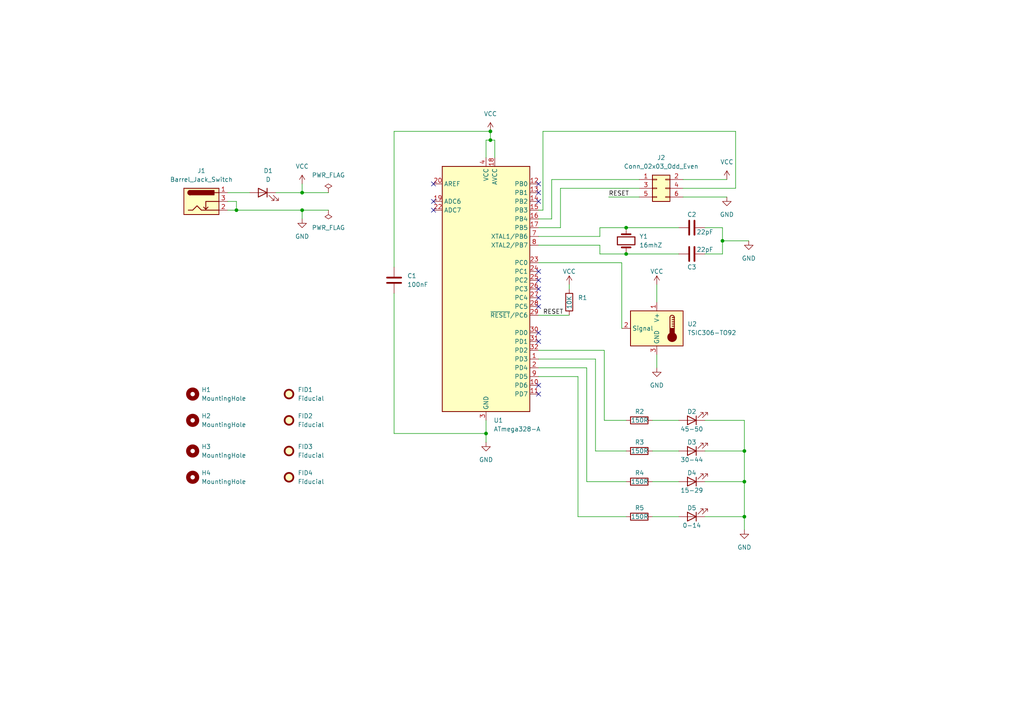
<source format=kicad_sch>
(kicad_sch (version 20230121) (generator eeschema)

  (uuid 19c54173-1a97-4700-97bb-39c3be07fa1d)

  (paper "A4")

  (lib_symbols
    (symbol "Connector:Barrel_Jack_Switch" (pin_names hide) (in_bom yes) (on_board yes)
      (property "Reference" "J" (at 0 5.334 0)
        (effects (font (size 1.27 1.27)))
      )
      (property "Value" "Barrel_Jack_Switch" (at 0 -5.08 0)
        (effects (font (size 1.27 1.27)))
      )
      (property "Footprint" "" (at 1.27 -1.016 0)
        (effects (font (size 1.27 1.27)) hide)
      )
      (property "Datasheet" "~" (at 1.27 -1.016 0)
        (effects (font (size 1.27 1.27)) hide)
      )
      (property "ki_keywords" "DC power barrel jack connector" (at 0 0 0)
        (effects (font (size 1.27 1.27)) hide)
      )
      (property "ki_description" "DC Barrel Jack with an internal switch" (at 0 0 0)
        (effects (font (size 1.27 1.27)) hide)
      )
      (property "ki_fp_filters" "BarrelJack*" (at 0 0 0)
        (effects (font (size 1.27 1.27)) hide)
      )
      (symbol "Barrel_Jack_Switch_0_1"
        (rectangle (start -5.08 3.81) (end 5.08 -3.81)
          (stroke (width 0.254) (type default))
          (fill (type background))
        )
        (arc (start -3.302 3.175) (mid -3.9343 2.54) (end -3.302 1.905)
          (stroke (width 0.254) (type default))
          (fill (type none))
        )
        (arc (start -3.302 3.175) (mid -3.9343 2.54) (end -3.302 1.905)
          (stroke (width 0.254) (type default))
          (fill (type outline))
        )
        (polyline
          (pts
            (xy 1.27 -2.286)
            (xy 1.905 -1.651)
          )
          (stroke (width 0.254) (type default))
          (fill (type none))
        )
        (polyline
          (pts
            (xy 5.08 2.54)
            (xy 3.81 2.54)
          )
          (stroke (width 0.254) (type default))
          (fill (type none))
        )
        (polyline
          (pts
            (xy 5.08 0)
            (xy 1.27 0)
            (xy 1.27 -2.286)
            (xy 0.635 -1.651)
          )
          (stroke (width 0.254) (type default))
          (fill (type none))
        )
        (polyline
          (pts
            (xy -3.81 -2.54)
            (xy -2.54 -2.54)
            (xy -1.27 -1.27)
            (xy 0 -2.54)
            (xy 2.54 -2.54)
            (xy 5.08 -2.54)
          )
          (stroke (width 0.254) (type default))
          (fill (type none))
        )
        (rectangle (start 3.683 3.175) (end -3.302 1.905)
          (stroke (width 0.254) (type default))
          (fill (type outline))
        )
      )
      (symbol "Barrel_Jack_Switch_1_1"
        (pin passive line (at 7.62 2.54 180) (length 2.54)
          (name "~" (effects (font (size 1.27 1.27))))
          (number "1" (effects (font (size 1.27 1.27))))
        )
        (pin passive line (at 7.62 -2.54 180) (length 2.54)
          (name "~" (effects (font (size 1.27 1.27))))
          (number "2" (effects (font (size 1.27 1.27))))
        )
        (pin passive line (at 7.62 0 180) (length 2.54)
          (name "~" (effects (font (size 1.27 1.27))))
          (number "3" (effects (font (size 1.27 1.27))))
        )
      )
    )
    (symbol "Connector_Generic:Conn_02x03_Odd_Even" (pin_names (offset 1.016) hide) (in_bom yes) (on_board yes)
      (property "Reference" "J" (at 1.27 5.08 0)
        (effects (font (size 1.27 1.27)))
      )
      (property "Value" "Conn_02x03_Odd_Even" (at 1.27 -5.08 0)
        (effects (font (size 1.27 1.27)))
      )
      (property "Footprint" "" (at 0 0 0)
        (effects (font (size 1.27 1.27)) hide)
      )
      (property "Datasheet" "~" (at 0 0 0)
        (effects (font (size 1.27 1.27)) hide)
      )
      (property "ki_keywords" "connector" (at 0 0 0)
        (effects (font (size 1.27 1.27)) hide)
      )
      (property "ki_description" "Generic connector, double row, 02x03, odd/even pin numbering scheme (row 1 odd numbers, row 2 even numbers), script generated (kicad-library-utils/schlib/autogen/connector/)" (at 0 0 0)
        (effects (font (size 1.27 1.27)) hide)
      )
      (property "ki_fp_filters" "Connector*:*_2x??_*" (at 0 0 0)
        (effects (font (size 1.27 1.27)) hide)
      )
      (symbol "Conn_02x03_Odd_Even_1_1"
        (rectangle (start -1.27 -2.413) (end 0 -2.667)
          (stroke (width 0.1524) (type default))
          (fill (type none))
        )
        (rectangle (start -1.27 0.127) (end 0 -0.127)
          (stroke (width 0.1524) (type default))
          (fill (type none))
        )
        (rectangle (start -1.27 2.667) (end 0 2.413)
          (stroke (width 0.1524) (type default))
          (fill (type none))
        )
        (rectangle (start -1.27 3.81) (end 3.81 -3.81)
          (stroke (width 0.254) (type default))
          (fill (type background))
        )
        (rectangle (start 3.81 -2.413) (end 2.54 -2.667)
          (stroke (width 0.1524) (type default))
          (fill (type none))
        )
        (rectangle (start 3.81 0.127) (end 2.54 -0.127)
          (stroke (width 0.1524) (type default))
          (fill (type none))
        )
        (rectangle (start 3.81 2.667) (end 2.54 2.413)
          (stroke (width 0.1524) (type default))
          (fill (type none))
        )
        (pin passive line (at -5.08 2.54 0) (length 3.81)
          (name "Pin_1" (effects (font (size 1.27 1.27))))
          (number "1" (effects (font (size 1.27 1.27))))
        )
        (pin passive line (at 7.62 2.54 180) (length 3.81)
          (name "Pin_2" (effects (font (size 1.27 1.27))))
          (number "2" (effects (font (size 1.27 1.27))))
        )
        (pin passive line (at -5.08 0 0) (length 3.81)
          (name "Pin_3" (effects (font (size 1.27 1.27))))
          (number "3" (effects (font (size 1.27 1.27))))
        )
        (pin passive line (at 7.62 0 180) (length 3.81)
          (name "Pin_4" (effects (font (size 1.27 1.27))))
          (number "4" (effects (font (size 1.27 1.27))))
        )
        (pin passive line (at -5.08 -2.54 0) (length 3.81)
          (name "Pin_5" (effects (font (size 1.27 1.27))))
          (number "5" (effects (font (size 1.27 1.27))))
        )
        (pin passive line (at 7.62 -2.54 180) (length 3.81)
          (name "Pin_6" (effects (font (size 1.27 1.27))))
          (number "6" (effects (font (size 1.27 1.27))))
        )
      )
    )
    (symbol "Device:C" (pin_numbers hide) (pin_names (offset 0.254)) (in_bom yes) (on_board yes)
      (property "Reference" "C" (at 0.635 2.54 0)
        (effects (font (size 1.27 1.27)) (justify left))
      )
      (property "Value" "C" (at 0.635 -2.54 0)
        (effects (font (size 1.27 1.27)) (justify left))
      )
      (property "Footprint" "" (at 0.9652 -3.81 0)
        (effects (font (size 1.27 1.27)) hide)
      )
      (property "Datasheet" "~" (at 0 0 0)
        (effects (font (size 1.27 1.27)) hide)
      )
      (property "ki_keywords" "cap capacitor" (at 0 0 0)
        (effects (font (size 1.27 1.27)) hide)
      )
      (property "ki_description" "Unpolarized capacitor" (at 0 0 0)
        (effects (font (size 1.27 1.27)) hide)
      )
      (property "ki_fp_filters" "C_*" (at 0 0 0)
        (effects (font (size 1.27 1.27)) hide)
      )
      (symbol "C_0_1"
        (polyline
          (pts
            (xy -2.032 -0.762)
            (xy 2.032 -0.762)
          )
          (stroke (width 0.508) (type default))
          (fill (type none))
        )
        (polyline
          (pts
            (xy -2.032 0.762)
            (xy 2.032 0.762)
          )
          (stroke (width 0.508) (type default))
          (fill (type none))
        )
      )
      (symbol "C_1_1"
        (pin passive line (at 0 3.81 270) (length 2.794)
          (name "~" (effects (font (size 1.27 1.27))))
          (number "1" (effects (font (size 1.27 1.27))))
        )
        (pin passive line (at 0 -3.81 90) (length 2.794)
          (name "~" (effects (font (size 1.27 1.27))))
          (number "2" (effects (font (size 1.27 1.27))))
        )
      )
    )
    (symbol "Device:Crystal" (pin_numbers hide) (pin_names (offset 1.016) hide) (in_bom yes) (on_board yes)
      (property "Reference" "Y" (at 0 3.81 0)
        (effects (font (size 1.27 1.27)))
      )
      (property "Value" "Crystal" (at 0 -3.81 0)
        (effects (font (size 1.27 1.27)))
      )
      (property "Footprint" "" (at 0 0 0)
        (effects (font (size 1.27 1.27)) hide)
      )
      (property "Datasheet" "~" (at 0 0 0)
        (effects (font (size 1.27 1.27)) hide)
      )
      (property "ki_keywords" "quartz ceramic resonator oscillator" (at 0 0 0)
        (effects (font (size 1.27 1.27)) hide)
      )
      (property "ki_description" "Two pin crystal" (at 0 0 0)
        (effects (font (size 1.27 1.27)) hide)
      )
      (property "ki_fp_filters" "Crystal*" (at 0 0 0)
        (effects (font (size 1.27 1.27)) hide)
      )
      (symbol "Crystal_0_1"
        (rectangle (start -1.143 2.54) (end 1.143 -2.54)
          (stroke (width 0.3048) (type default))
          (fill (type none))
        )
        (polyline
          (pts
            (xy -2.54 0)
            (xy -1.905 0)
          )
          (stroke (width 0) (type default))
          (fill (type none))
        )
        (polyline
          (pts
            (xy -1.905 -1.27)
            (xy -1.905 1.27)
          )
          (stroke (width 0.508) (type default))
          (fill (type none))
        )
        (polyline
          (pts
            (xy 1.905 -1.27)
            (xy 1.905 1.27)
          )
          (stroke (width 0.508) (type default))
          (fill (type none))
        )
        (polyline
          (pts
            (xy 2.54 0)
            (xy 1.905 0)
          )
          (stroke (width 0) (type default))
          (fill (type none))
        )
      )
      (symbol "Crystal_1_1"
        (pin passive line (at -3.81 0 0) (length 1.27)
          (name "1" (effects (font (size 1.27 1.27))))
          (number "1" (effects (font (size 1.27 1.27))))
        )
        (pin passive line (at 3.81 0 180) (length 1.27)
          (name "2" (effects (font (size 1.27 1.27))))
          (number "2" (effects (font (size 1.27 1.27))))
        )
      )
    )
    (symbol "Device:LED" (pin_numbers hide) (pin_names (offset 1.016) hide) (in_bom yes) (on_board yes)
      (property "Reference" "D" (at 0 2.54 0)
        (effects (font (size 1.27 1.27)))
      )
      (property "Value" "LED" (at 0 -2.54 0)
        (effects (font (size 1.27 1.27)))
      )
      (property "Footprint" "" (at 0 0 0)
        (effects (font (size 1.27 1.27)) hide)
      )
      (property "Datasheet" "~" (at 0 0 0)
        (effects (font (size 1.27 1.27)) hide)
      )
      (property "ki_keywords" "LED diode" (at 0 0 0)
        (effects (font (size 1.27 1.27)) hide)
      )
      (property "ki_description" "Light emitting diode" (at 0 0 0)
        (effects (font (size 1.27 1.27)) hide)
      )
      (property "ki_fp_filters" "LED* LED_SMD:* LED_THT:*" (at 0 0 0)
        (effects (font (size 1.27 1.27)) hide)
      )
      (symbol "LED_0_1"
        (polyline
          (pts
            (xy -1.27 -1.27)
            (xy -1.27 1.27)
          )
          (stroke (width 0.254) (type default))
          (fill (type none))
        )
        (polyline
          (pts
            (xy -1.27 0)
            (xy 1.27 0)
          )
          (stroke (width 0) (type default))
          (fill (type none))
        )
        (polyline
          (pts
            (xy 1.27 -1.27)
            (xy 1.27 1.27)
            (xy -1.27 0)
            (xy 1.27 -1.27)
          )
          (stroke (width 0.254) (type default))
          (fill (type none))
        )
        (polyline
          (pts
            (xy -3.048 -0.762)
            (xy -4.572 -2.286)
            (xy -3.81 -2.286)
            (xy -4.572 -2.286)
            (xy -4.572 -1.524)
          )
          (stroke (width 0) (type default))
          (fill (type none))
        )
        (polyline
          (pts
            (xy -1.778 -0.762)
            (xy -3.302 -2.286)
            (xy -2.54 -2.286)
            (xy -3.302 -2.286)
            (xy -3.302 -1.524)
          )
          (stroke (width 0) (type default))
          (fill (type none))
        )
      )
      (symbol "LED_1_1"
        (pin passive line (at -3.81 0 0) (length 2.54)
          (name "K" (effects (font (size 1.27 1.27))))
          (number "1" (effects (font (size 1.27 1.27))))
        )
        (pin passive line (at 3.81 0 180) (length 2.54)
          (name "A" (effects (font (size 1.27 1.27))))
          (number "2" (effects (font (size 1.27 1.27))))
        )
      )
    )
    (symbol "Device:R" (pin_numbers hide) (pin_names (offset 0)) (in_bom yes) (on_board yes)
      (property "Reference" "R" (at 2.032 0 90)
        (effects (font (size 1.27 1.27)))
      )
      (property "Value" "R" (at 0 0 90)
        (effects (font (size 1.27 1.27)))
      )
      (property "Footprint" "" (at -1.778 0 90)
        (effects (font (size 1.27 1.27)) hide)
      )
      (property "Datasheet" "~" (at 0 0 0)
        (effects (font (size 1.27 1.27)) hide)
      )
      (property "ki_keywords" "R res resistor" (at 0 0 0)
        (effects (font (size 1.27 1.27)) hide)
      )
      (property "ki_description" "Resistor" (at 0 0 0)
        (effects (font (size 1.27 1.27)) hide)
      )
      (property "ki_fp_filters" "R_*" (at 0 0 0)
        (effects (font (size 1.27 1.27)) hide)
      )
      (symbol "R_0_1"
        (rectangle (start -1.016 -2.54) (end 1.016 2.54)
          (stroke (width 0.254) (type default))
          (fill (type none))
        )
      )
      (symbol "R_1_1"
        (pin passive line (at 0 3.81 270) (length 1.27)
          (name "~" (effects (font (size 1.27 1.27))))
          (number "1" (effects (font (size 1.27 1.27))))
        )
        (pin passive line (at 0 -3.81 90) (length 1.27)
          (name "~" (effects (font (size 1.27 1.27))))
          (number "2" (effects (font (size 1.27 1.27))))
        )
      )
    )
    (symbol "MCU_Microchip_ATmega:ATmega328-A" (in_bom yes) (on_board yes)
      (property "Reference" "U" (at -12.7 36.83 0)
        (effects (font (size 1.27 1.27)) (justify left bottom))
      )
      (property "Value" "ATmega328-A" (at 2.54 -36.83 0)
        (effects (font (size 1.27 1.27)) (justify left top))
      )
      (property "Footprint" "Package_QFP:TQFP-32_7x7mm_P0.8mm" (at 0 0 0)
        (effects (font (size 1.27 1.27) italic) hide)
      )
      (property "Datasheet" "http://ww1.microchip.com/downloads/en/DeviceDoc/ATmega328_P%20AVR%20MCU%20with%20picoPower%20Technology%20Data%20Sheet%2040001984A.pdf" (at 0 0 0)
        (effects (font (size 1.27 1.27)) hide)
      )
      (property "ki_keywords" "AVR 8bit Microcontroller MegaAVR" (at 0 0 0)
        (effects (font (size 1.27 1.27)) hide)
      )
      (property "ki_description" "20MHz, 32kB Flash, 2kB SRAM, 1kB EEPROM, TQFP-32" (at 0 0 0)
        (effects (font (size 1.27 1.27)) hide)
      )
      (property "ki_fp_filters" "TQFP*7x7mm*P0.8mm*" (at 0 0 0)
        (effects (font (size 1.27 1.27)) hide)
      )
      (symbol "ATmega328-A_0_1"
        (rectangle (start -12.7 -35.56) (end 12.7 35.56)
          (stroke (width 0.254) (type default))
          (fill (type background))
        )
      )
      (symbol "ATmega328-A_1_1"
        (pin bidirectional line (at 15.24 -20.32 180) (length 2.54)
          (name "PD3" (effects (font (size 1.27 1.27))))
          (number "1" (effects (font (size 1.27 1.27))))
        )
        (pin bidirectional line (at 15.24 -27.94 180) (length 2.54)
          (name "PD6" (effects (font (size 1.27 1.27))))
          (number "10" (effects (font (size 1.27 1.27))))
        )
        (pin bidirectional line (at 15.24 -30.48 180) (length 2.54)
          (name "PD7" (effects (font (size 1.27 1.27))))
          (number "11" (effects (font (size 1.27 1.27))))
        )
        (pin bidirectional line (at 15.24 30.48 180) (length 2.54)
          (name "PB0" (effects (font (size 1.27 1.27))))
          (number "12" (effects (font (size 1.27 1.27))))
        )
        (pin bidirectional line (at 15.24 27.94 180) (length 2.54)
          (name "PB1" (effects (font (size 1.27 1.27))))
          (number "13" (effects (font (size 1.27 1.27))))
        )
        (pin bidirectional line (at 15.24 25.4 180) (length 2.54)
          (name "PB2" (effects (font (size 1.27 1.27))))
          (number "14" (effects (font (size 1.27 1.27))))
        )
        (pin bidirectional line (at 15.24 22.86 180) (length 2.54)
          (name "PB3" (effects (font (size 1.27 1.27))))
          (number "15" (effects (font (size 1.27 1.27))))
        )
        (pin bidirectional line (at 15.24 20.32 180) (length 2.54)
          (name "PB4" (effects (font (size 1.27 1.27))))
          (number "16" (effects (font (size 1.27 1.27))))
        )
        (pin bidirectional line (at 15.24 17.78 180) (length 2.54)
          (name "PB5" (effects (font (size 1.27 1.27))))
          (number "17" (effects (font (size 1.27 1.27))))
        )
        (pin power_in line (at 2.54 38.1 270) (length 2.54)
          (name "AVCC" (effects (font (size 1.27 1.27))))
          (number "18" (effects (font (size 1.27 1.27))))
        )
        (pin input line (at -15.24 25.4 0) (length 2.54)
          (name "ADC6" (effects (font (size 1.27 1.27))))
          (number "19" (effects (font (size 1.27 1.27))))
        )
        (pin bidirectional line (at 15.24 -22.86 180) (length 2.54)
          (name "PD4" (effects (font (size 1.27 1.27))))
          (number "2" (effects (font (size 1.27 1.27))))
        )
        (pin passive line (at -15.24 30.48 0) (length 2.54)
          (name "AREF" (effects (font (size 1.27 1.27))))
          (number "20" (effects (font (size 1.27 1.27))))
        )
        (pin passive line (at 0 -38.1 90) (length 2.54) hide
          (name "GND" (effects (font (size 1.27 1.27))))
          (number "21" (effects (font (size 1.27 1.27))))
        )
        (pin input line (at -15.24 22.86 0) (length 2.54)
          (name "ADC7" (effects (font (size 1.27 1.27))))
          (number "22" (effects (font (size 1.27 1.27))))
        )
        (pin bidirectional line (at 15.24 7.62 180) (length 2.54)
          (name "PC0" (effects (font (size 1.27 1.27))))
          (number "23" (effects (font (size 1.27 1.27))))
        )
        (pin bidirectional line (at 15.24 5.08 180) (length 2.54)
          (name "PC1" (effects (font (size 1.27 1.27))))
          (number "24" (effects (font (size 1.27 1.27))))
        )
        (pin bidirectional line (at 15.24 2.54 180) (length 2.54)
          (name "PC2" (effects (font (size 1.27 1.27))))
          (number "25" (effects (font (size 1.27 1.27))))
        )
        (pin bidirectional line (at 15.24 0 180) (length 2.54)
          (name "PC3" (effects (font (size 1.27 1.27))))
          (number "26" (effects (font (size 1.27 1.27))))
        )
        (pin bidirectional line (at 15.24 -2.54 180) (length 2.54)
          (name "PC4" (effects (font (size 1.27 1.27))))
          (number "27" (effects (font (size 1.27 1.27))))
        )
        (pin bidirectional line (at 15.24 -5.08 180) (length 2.54)
          (name "PC5" (effects (font (size 1.27 1.27))))
          (number "28" (effects (font (size 1.27 1.27))))
        )
        (pin bidirectional line (at 15.24 -7.62 180) (length 2.54)
          (name "~{RESET}/PC6" (effects (font (size 1.27 1.27))))
          (number "29" (effects (font (size 1.27 1.27))))
        )
        (pin power_in line (at 0 -38.1 90) (length 2.54)
          (name "GND" (effects (font (size 1.27 1.27))))
          (number "3" (effects (font (size 1.27 1.27))))
        )
        (pin bidirectional line (at 15.24 -12.7 180) (length 2.54)
          (name "PD0" (effects (font (size 1.27 1.27))))
          (number "30" (effects (font (size 1.27 1.27))))
        )
        (pin bidirectional line (at 15.24 -15.24 180) (length 2.54)
          (name "PD1" (effects (font (size 1.27 1.27))))
          (number "31" (effects (font (size 1.27 1.27))))
        )
        (pin bidirectional line (at 15.24 -17.78 180) (length 2.54)
          (name "PD2" (effects (font (size 1.27 1.27))))
          (number "32" (effects (font (size 1.27 1.27))))
        )
        (pin power_in line (at 0 38.1 270) (length 2.54)
          (name "VCC" (effects (font (size 1.27 1.27))))
          (number "4" (effects (font (size 1.27 1.27))))
        )
        (pin passive line (at 0 -38.1 90) (length 2.54) hide
          (name "GND" (effects (font (size 1.27 1.27))))
          (number "5" (effects (font (size 1.27 1.27))))
        )
        (pin passive line (at 0 38.1 270) (length 2.54) hide
          (name "VCC" (effects (font (size 1.27 1.27))))
          (number "6" (effects (font (size 1.27 1.27))))
        )
        (pin bidirectional line (at 15.24 15.24 180) (length 2.54)
          (name "XTAL1/PB6" (effects (font (size 1.27 1.27))))
          (number "7" (effects (font (size 1.27 1.27))))
        )
        (pin bidirectional line (at 15.24 12.7 180) (length 2.54)
          (name "XTAL2/PB7" (effects (font (size 1.27 1.27))))
          (number "8" (effects (font (size 1.27 1.27))))
        )
        (pin bidirectional line (at 15.24 -25.4 180) (length 2.54)
          (name "PD5" (effects (font (size 1.27 1.27))))
          (number "9" (effects (font (size 1.27 1.27))))
        )
      )
    )
    (symbol "Mechanical:Fiducial" (in_bom yes) (on_board yes)
      (property "Reference" "FID" (at 0 5.08 0)
        (effects (font (size 1.27 1.27)))
      )
      (property "Value" "Fiducial" (at 0 3.175 0)
        (effects (font (size 1.27 1.27)))
      )
      (property "Footprint" "" (at 0 0 0)
        (effects (font (size 1.27 1.27)) hide)
      )
      (property "Datasheet" "~" (at 0 0 0)
        (effects (font (size 1.27 1.27)) hide)
      )
      (property "ki_keywords" "fiducial marker" (at 0 0 0)
        (effects (font (size 1.27 1.27)) hide)
      )
      (property "ki_description" "Fiducial Marker" (at 0 0 0)
        (effects (font (size 1.27 1.27)) hide)
      )
      (property "ki_fp_filters" "Fiducial*" (at 0 0 0)
        (effects (font (size 1.27 1.27)) hide)
      )
      (symbol "Fiducial_0_1"
        (circle (center 0 0) (radius 1.27)
          (stroke (width 0.508) (type default))
          (fill (type background))
        )
      )
    )
    (symbol "Mechanical:MountingHole" (pin_names (offset 1.016)) (in_bom yes) (on_board yes)
      (property "Reference" "H" (at 0 5.08 0)
        (effects (font (size 1.27 1.27)))
      )
      (property "Value" "MountingHole" (at 0 3.175 0)
        (effects (font (size 1.27 1.27)))
      )
      (property "Footprint" "" (at 0 0 0)
        (effects (font (size 1.27 1.27)) hide)
      )
      (property "Datasheet" "~" (at 0 0 0)
        (effects (font (size 1.27 1.27)) hide)
      )
      (property "ki_keywords" "mounting hole" (at 0 0 0)
        (effects (font (size 1.27 1.27)) hide)
      )
      (property "ki_description" "Mounting Hole without connection" (at 0 0 0)
        (effects (font (size 1.27 1.27)) hide)
      )
      (property "ki_fp_filters" "MountingHole*" (at 0 0 0)
        (effects (font (size 1.27 1.27)) hide)
      )
      (symbol "MountingHole_0_1"
        (circle (center 0 0) (radius 1.27)
          (stroke (width 1.27) (type default))
          (fill (type none))
        )
      )
    )
    (symbol "Sensor_Temperature:TSIC306-TO92" (in_bom yes) (on_board yes)
      (property "Reference" "U" (at -6.35 6.35 0)
        (effects (font (size 1.27 1.27)))
      )
      (property "Value" "TSIC306-TO92" (at 1.27 6.35 0)
        (effects (font (size 1.27 1.27)) (justify left))
      )
      (property "Footprint" "Package_TO_SOT_THT:TO-92_Inline" (at -8.89 3.81 0)
        (effects (font (size 1.27 1.27)) (justify left) hide)
      )
      (property "Datasheet" "https://shop.bb-sensors.com/out/media/Datasheet_Digital_Semiconductor_temperatur_sensor_TSIC.pdf" (at 0 0 0)
        (effects (font (size 1.27 1.27)) hide)
      )
      (property "ki_keywords" "temperature digital" (at 0 0 0)
        (effects (font (size 1.27 1.27)) hide)
      )
      (property "ki_description" "Digital temperature sensor, range -50 ... +150 °C, 0.3 K accuracy, TO-92" (at 0 0 0)
        (effects (font (size 1.27 1.27)) hide)
      )
      (property "ki_fp_filters" "TO?92*" (at 0 0 0)
        (effects (font (size 1.27 1.27)) hide)
      )
      (symbol "TSIC306-TO92_0_1"
        (rectangle (start -7.62 5.08) (end 7.62 -5.08)
          (stroke (width 0.254) (type default))
          (fill (type background))
        )
        (circle (center -4.445 -2.54) (radius 1.27)
          (stroke (width 0.254) (type default))
          (fill (type outline))
        )
        (rectangle (start -3.81 -1.905) (end -5.08 0)
          (stroke (width 0.254) (type default))
          (fill (type outline))
        )
        (arc (start -3.81 3.175) (mid -4.445 3.8073) (end -5.08 3.175)
          (stroke (width 0.254) (type default))
          (fill (type none))
        )
        (polyline
          (pts
            (xy -5.08 0.635)
            (xy -4.445 0.635)
          )
          (stroke (width 0.254) (type default))
          (fill (type none))
        )
        (polyline
          (pts
            (xy -5.08 1.27)
            (xy -4.445 1.27)
          )
          (stroke (width 0.254) (type default))
          (fill (type none))
        )
        (polyline
          (pts
            (xy -5.08 1.905)
            (xy -4.445 1.905)
          )
          (stroke (width 0.254) (type default))
          (fill (type none))
        )
        (polyline
          (pts
            (xy -5.08 2.54)
            (xy -4.445 2.54)
          )
          (stroke (width 0.254) (type default))
          (fill (type none))
        )
        (polyline
          (pts
            (xy -5.08 3.175)
            (xy -5.08 0)
          )
          (stroke (width 0.254) (type default))
          (fill (type none))
        )
        (polyline
          (pts
            (xy -5.08 3.175)
            (xy -4.445 3.175)
          )
          (stroke (width 0.254) (type default))
          (fill (type none))
        )
        (polyline
          (pts
            (xy -3.81 3.175)
            (xy -3.81 0)
          )
          (stroke (width 0.254) (type default))
          (fill (type none))
        )
      )
      (symbol "TSIC306-TO92_1_1"
        (pin power_in line (at 0 7.62 270) (length 2.54)
          (name "V+" (effects (font (size 1.27 1.27))))
          (number "1" (effects (font (size 1.27 1.27))))
        )
        (pin output line (at 10.16 0 180) (length 2.54)
          (name "Signal" (effects (font (size 1.27 1.27))))
          (number "2" (effects (font (size 1.27 1.27))))
        )
        (pin power_in line (at 0 -7.62 90) (length 2.54)
          (name "GND" (effects (font (size 1.27 1.27))))
          (number "3" (effects (font (size 1.27 1.27))))
        )
      )
    )
    (symbol "power:GND" (power) (pin_names (offset 0)) (in_bom yes) (on_board yes)
      (property "Reference" "#PWR" (at 0 -6.35 0)
        (effects (font (size 1.27 1.27)) hide)
      )
      (property "Value" "GND" (at 0 -3.81 0)
        (effects (font (size 1.27 1.27)))
      )
      (property "Footprint" "" (at 0 0 0)
        (effects (font (size 1.27 1.27)) hide)
      )
      (property "Datasheet" "" (at 0 0 0)
        (effects (font (size 1.27 1.27)) hide)
      )
      (property "ki_keywords" "global power" (at 0 0 0)
        (effects (font (size 1.27 1.27)) hide)
      )
      (property "ki_description" "Power symbol creates a global label with name \"GND\" , ground" (at 0 0 0)
        (effects (font (size 1.27 1.27)) hide)
      )
      (symbol "GND_0_1"
        (polyline
          (pts
            (xy 0 0)
            (xy 0 -1.27)
            (xy 1.27 -1.27)
            (xy 0 -2.54)
            (xy -1.27 -1.27)
            (xy 0 -1.27)
          )
          (stroke (width 0) (type default))
          (fill (type none))
        )
      )
      (symbol "GND_1_1"
        (pin power_in line (at 0 0 270) (length 0) hide
          (name "GND" (effects (font (size 1.27 1.27))))
          (number "1" (effects (font (size 1.27 1.27))))
        )
      )
    )
    (symbol "power:PWR_FLAG" (power) (pin_numbers hide) (pin_names (offset 0) hide) (in_bom yes) (on_board yes)
      (property "Reference" "#FLG" (at 0 1.905 0)
        (effects (font (size 1.27 1.27)) hide)
      )
      (property "Value" "PWR_FLAG" (at 0 3.81 0)
        (effects (font (size 1.27 1.27)))
      )
      (property "Footprint" "" (at 0 0 0)
        (effects (font (size 1.27 1.27)) hide)
      )
      (property "Datasheet" "~" (at 0 0 0)
        (effects (font (size 1.27 1.27)) hide)
      )
      (property "ki_keywords" "flag power" (at 0 0 0)
        (effects (font (size 1.27 1.27)) hide)
      )
      (property "ki_description" "Special symbol for telling ERC where power comes from" (at 0 0 0)
        (effects (font (size 1.27 1.27)) hide)
      )
      (symbol "PWR_FLAG_0_0"
        (pin power_out line (at 0 0 90) (length 0)
          (name "pwr" (effects (font (size 1.27 1.27))))
          (number "1" (effects (font (size 1.27 1.27))))
        )
      )
      (symbol "PWR_FLAG_0_1"
        (polyline
          (pts
            (xy 0 0)
            (xy 0 1.27)
            (xy -1.016 1.905)
            (xy 0 2.54)
            (xy 1.016 1.905)
            (xy 0 1.27)
          )
          (stroke (width 0) (type default))
          (fill (type none))
        )
      )
    )
    (symbol "power:VCC" (power) (pin_names (offset 0)) (in_bom yes) (on_board yes)
      (property "Reference" "#PWR" (at 0 -3.81 0)
        (effects (font (size 1.27 1.27)) hide)
      )
      (property "Value" "VCC" (at 0 3.81 0)
        (effects (font (size 1.27 1.27)))
      )
      (property "Footprint" "" (at 0 0 0)
        (effects (font (size 1.27 1.27)) hide)
      )
      (property "Datasheet" "" (at 0 0 0)
        (effects (font (size 1.27 1.27)) hide)
      )
      (property "ki_keywords" "global power" (at 0 0 0)
        (effects (font (size 1.27 1.27)) hide)
      )
      (property "ki_description" "Power symbol creates a global label with name \"VCC\"" (at 0 0 0)
        (effects (font (size 1.27 1.27)) hide)
      )
      (symbol "VCC_0_1"
        (polyline
          (pts
            (xy -0.762 1.27)
            (xy 0 2.54)
          )
          (stroke (width 0) (type default))
          (fill (type none))
        )
        (polyline
          (pts
            (xy 0 0)
            (xy 0 2.54)
          )
          (stroke (width 0) (type default))
          (fill (type none))
        )
        (polyline
          (pts
            (xy 0 2.54)
            (xy 0.762 1.27)
          )
          (stroke (width 0) (type default))
          (fill (type none))
        )
      )
      (symbol "VCC_1_1"
        (pin power_in line (at 0 0 90) (length 0) hide
          (name "VCC" (effects (font (size 1.27 1.27))))
          (number "1" (effects (font (size 1.27 1.27))))
        )
      )
    )
  )

  (junction (at 87.63 60.96) (diameter 0) (color 0 0 0 0)
    (uuid 05da3462-fe7f-434f-afb0-dc46fddd1944)
  )
  (junction (at 68.58 60.96) (diameter 0) (color 0 0 0 0)
    (uuid 0eeefa24-0388-4959-a40e-626a1c8e517e)
  )
  (junction (at 209.55 69.85) (diameter 0) (color 0 0 0 0)
    (uuid 2dedbfd8-238d-4c0b-b1b8-e3dbeac6eac0)
  )
  (junction (at 140.97 125.73) (diameter 0) (color 0 0 0 0)
    (uuid 595fe85c-b626-40e6-946d-9125606d8977)
  )
  (junction (at 181.61 66.04) (diameter 0) (color 0 0 0 0)
    (uuid 67c5953c-1a3b-4d9a-8ed5-2a90cc642691)
  )
  (junction (at 215.9 149.86) (diameter 0) (color 0 0 0 0)
    (uuid 9b93e5e2-4fb5-4a4b-a1d9-9c2f8553783e)
  )
  (junction (at 142.24 38.1) (diameter 0) (color 0 0 0 0)
    (uuid a50c9da0-a18c-408f-8cdc-25494b23045a)
  )
  (junction (at 142.24 40.64) (diameter 0) (color 0 0 0 0)
    (uuid a96e0f41-3894-4bdf-9d14-f5bc4eb0208d)
  )
  (junction (at 87.63 55.88) (diameter 0) (color 0 0 0 0)
    (uuid b0e56842-ec9a-464b-90da-a9c0d2b591c6)
  )
  (junction (at 215.9 130.81) (diameter 0) (color 0 0 0 0)
    (uuid b79909dc-a202-4500-ba76-b4161c78fc23)
  )
  (junction (at 181.61 73.66) (diameter 0) (color 0 0 0 0)
    (uuid be51b117-2998-4749-b085-864509a48d66)
  )
  (junction (at 215.9 139.7) (diameter 0) (color 0 0 0 0)
    (uuid e02bcb00-3d72-4e45-abe8-1fad8f81a995)
  )

  (no_connect (at 156.21 83.82) (uuid 05d5f87b-d482-42a0-898d-7d3adc4a4768))
  (no_connect (at 125.73 60.96) (uuid 1dba79af-6bcb-4ccf-b992-1db2b11f4fc8))
  (no_connect (at 156.21 88.9) (uuid 31bf3bcd-7aa5-4db6-b3ff-9ed37b6e5b94))
  (no_connect (at 156.21 78.74) (uuid 37a08de5-b121-42bd-8262-7ad7a19d40a8))
  (no_connect (at 125.73 53.34) (uuid 7f087260-b62b-4ac0-ab12-0d1676054f43))
  (no_connect (at 125.73 58.42) (uuid 80406260-0b04-4f60-83af-1f101c498e1e))
  (no_connect (at 156.21 81.28) (uuid 81eaa79e-0d9f-457e-8dfd-b06dca5e3428))
  (no_connect (at 156.21 86.36) (uuid 8c18a49e-d281-4563-b4c6-96e97dd00735))
  (no_connect (at 156.21 55.88) (uuid 97ab390f-2c1b-4110-892b-75807b5f5607))
  (no_connect (at 156.21 99.06) (uuid ad9b9cc9-a531-453e-aa0b-16a5f2578dc5))
  (no_connect (at 156.21 114.3) (uuid c6c0ee84-9346-4594-ad92-3d3b6715e9f7))
  (no_connect (at 156.21 111.76) (uuid d546299a-2bf4-4243-a7e5-a0c5e333f801))
  (no_connect (at 156.21 58.42) (uuid d59167a1-8bdc-4ca1-b2c2-cb1e4b34996c))
  (no_connect (at 156.21 53.34) (uuid dcfce26b-40ab-433e-a3c9-7a472f08be0f))
  (no_connect (at 156.21 96.52) (uuid e9240b21-9956-4406-b5a9-fe26c8e54617))

  (wire (pts (xy 68.58 58.42) (xy 68.58 60.96))
    (stroke (width 0) (type default))
    (uuid 0434bd63-f0e3-4137-800c-725d30c8aeae)
  )
  (wire (pts (xy 114.3 85.09) (xy 114.3 125.73))
    (stroke (width 0) (type default))
    (uuid 053baf93-fae4-467f-a382-4c4ff5c5de5d)
  )
  (wire (pts (xy 209.55 69.85) (xy 209.55 73.66))
    (stroke (width 0) (type default))
    (uuid 0615b67f-d0d9-45a2-8477-773ff28ab6e1)
  )
  (wire (pts (xy 162.56 66.04) (xy 162.56 54.61))
    (stroke (width 0) (type default))
    (uuid 0693beca-1c86-4fb2-a682-3a9b050c6733)
  )
  (wire (pts (xy 172.72 104.14) (xy 172.72 130.81))
    (stroke (width 0) (type default))
    (uuid 08b0a3ec-ab9c-43ea-9b2f-43ac86619ffb)
  )
  (wire (pts (xy 167.64 149.86) (xy 181.61 149.86))
    (stroke (width 0) (type default))
    (uuid 0c8a94de-8938-4120-92ef-77266b3e77b1)
  )
  (wire (pts (xy 172.72 130.81) (xy 181.61 130.81))
    (stroke (width 0) (type default))
    (uuid 0d4e23a8-5695-4729-83d7-0e75bc97c0cc)
  )
  (wire (pts (xy 143.51 45.72) (xy 143.51 40.64))
    (stroke (width 0) (type default))
    (uuid 10194631-e250-4f82-a00d-1ec864ac9446)
  )
  (wire (pts (xy 189.23 121.92) (xy 196.85 121.92))
    (stroke (width 0) (type default))
    (uuid 107026bf-a783-4c5d-b117-873721528a9a)
  )
  (wire (pts (xy 181.61 66.04) (xy 196.85 66.04))
    (stroke (width 0) (type default))
    (uuid 13ff75bd-f0b5-4cea-af22-77fb6b4065ac)
  )
  (wire (pts (xy 160.02 63.5) (xy 160.02 52.07))
    (stroke (width 0) (type default))
    (uuid 178311e4-c76a-42be-9ccb-38c6118bc5d2)
  )
  (wire (pts (xy 213.36 38.1) (xy 213.36 54.61))
    (stroke (width 0) (type default))
    (uuid 19352ad9-e22d-414e-8d81-7025819f7e7f)
  )
  (wire (pts (xy 189.23 149.86) (xy 196.85 149.86))
    (stroke (width 0) (type default))
    (uuid 21be19c2-aaba-4d63-a735-2636cf8f091f)
  )
  (wire (pts (xy 114.3 38.1) (xy 142.24 38.1))
    (stroke (width 0) (type default))
    (uuid 2c62a4f5-12b7-4753-b661-435acd844656)
  )
  (wire (pts (xy 156.21 71.12) (xy 173.99 71.12))
    (stroke (width 0) (type default))
    (uuid 2d4890f5-804e-4786-8016-54d3f38d700a)
  )
  (wire (pts (xy 156.21 101.6) (xy 175.26 101.6))
    (stroke (width 0) (type default))
    (uuid 31c03218-aa49-4aca-a78b-e2a65e562686)
  )
  (wire (pts (xy 204.47 73.66) (xy 209.55 73.66))
    (stroke (width 0) (type default))
    (uuid 32e8a957-a40e-4569-ad08-d8b72c77fee3)
  )
  (wire (pts (xy 215.9 121.92) (xy 215.9 130.81))
    (stroke (width 0) (type default))
    (uuid 342ec945-d8b8-4ad0-8ece-baaba80f9d60)
  )
  (wire (pts (xy 204.47 149.86) (xy 215.9 149.86))
    (stroke (width 0) (type default))
    (uuid 422920dd-920c-4e26-ad16-4b5f80aa3dcb)
  )
  (wire (pts (xy 204.47 139.7) (xy 215.9 139.7))
    (stroke (width 0) (type default))
    (uuid 4335df57-c465-4e02-bace-73959ea12865)
  )
  (wire (pts (xy 167.64 109.22) (xy 167.64 149.86))
    (stroke (width 0) (type default))
    (uuid 451fb4ec-daa1-4801-92df-92a7e9613d73)
  )
  (wire (pts (xy 66.04 58.42) (xy 68.58 58.42))
    (stroke (width 0) (type default))
    (uuid 5246d5fd-114c-41b3-a079-c6ef08a675ec)
  )
  (wire (pts (xy 140.97 40.64) (xy 140.97 45.72))
    (stroke (width 0) (type default))
    (uuid 527856e2-b1ed-467f-94c0-d5309e022501)
  )
  (wire (pts (xy 156.21 63.5) (xy 160.02 63.5))
    (stroke (width 0) (type default))
    (uuid 52d1a6c4-b592-48b9-9286-011e1de49d6d)
  )
  (wire (pts (xy 156.21 91.44) (xy 165.1 91.44))
    (stroke (width 0) (type default))
    (uuid 5a4f013e-5d05-4735-b420-70426cec1fdd)
  )
  (wire (pts (xy 142.24 40.64) (xy 140.97 40.64))
    (stroke (width 0) (type default))
    (uuid 66183494-15ee-43c7-b2db-7cd0fc181dff)
  )
  (wire (pts (xy 189.23 130.81) (xy 196.85 130.81))
    (stroke (width 0) (type default))
    (uuid 67a9a24d-4c68-4ad1-8206-d4a90c76b6ed)
  )
  (wire (pts (xy 175.26 121.92) (xy 181.61 121.92))
    (stroke (width 0) (type default))
    (uuid 6b11c669-7fb4-4f46-a814-6bb51f0ad1a9)
  )
  (wire (pts (xy 170.18 139.7) (xy 181.61 139.7))
    (stroke (width 0) (type default))
    (uuid 6f0bdca1-e83a-4025-86ef-8939671db6c1)
  )
  (wire (pts (xy 204.47 121.92) (xy 215.9 121.92))
    (stroke (width 0) (type default))
    (uuid 6f76477b-c24d-48d1-aad3-955308392eff)
  )
  (wire (pts (xy 140.97 121.92) (xy 140.97 125.73))
    (stroke (width 0) (type default))
    (uuid 6f838571-d6ed-45e0-9b66-07516af7e294)
  )
  (wire (pts (xy 114.3 38.1) (xy 114.3 77.47))
    (stroke (width 0) (type default))
    (uuid 777d2aa9-f117-4c6b-b659-eea2fc3cb1a1)
  )
  (wire (pts (xy 156.21 66.04) (xy 162.56 66.04))
    (stroke (width 0) (type default))
    (uuid 79436b37-ae40-45b4-b9f5-cb223dcb1e5b)
  )
  (wire (pts (xy 157.48 60.96) (xy 157.48 38.1))
    (stroke (width 0) (type default))
    (uuid 7a7c3d69-0f76-497d-bc91-ca34bef6606f)
  )
  (wire (pts (xy 160.02 52.07) (xy 185.42 52.07))
    (stroke (width 0) (type default))
    (uuid 7bef1421-656e-4c9d-a69a-ec61f55942d4)
  )
  (wire (pts (xy 204.47 66.04) (xy 209.55 66.04))
    (stroke (width 0) (type default))
    (uuid 80ae19de-3a7c-4b90-8400-3d5d412ad5b7)
  )
  (wire (pts (xy 156.21 104.14) (xy 172.72 104.14))
    (stroke (width 0) (type default))
    (uuid 8527ee30-400a-4ec0-8e07-39773c4a90a0)
  )
  (wire (pts (xy 156.21 60.96) (xy 157.48 60.96))
    (stroke (width 0) (type default))
    (uuid 9139d830-44b9-4bce-a9a0-2d018d360d61)
  )
  (wire (pts (xy 173.99 66.04) (xy 181.61 66.04))
    (stroke (width 0) (type default))
    (uuid 938d6b69-3253-47aa-912b-6497beb157b9)
  )
  (wire (pts (xy 190.5 82.55) (xy 190.5 87.63))
    (stroke (width 0) (type default))
    (uuid 9578c06e-0378-4798-9747-1b005fa74f35)
  )
  (wire (pts (xy 176.53 57.15) (xy 185.42 57.15))
    (stroke (width 0) (type default))
    (uuid 9d136fcd-044c-4c56-8c36-bcc48baeaa36)
  )
  (wire (pts (xy 143.51 40.64) (xy 142.24 40.64))
    (stroke (width 0) (type default))
    (uuid 9d99bde0-0a97-4b65-96a1-6ab04ce28ce6)
  )
  (wire (pts (xy 140.97 125.73) (xy 140.97 128.27))
    (stroke (width 0) (type default))
    (uuid a4d4d14e-e0fc-405a-8612-1e4cf0863987)
  )
  (wire (pts (xy 190.5 102.87) (xy 190.5 106.68))
    (stroke (width 0) (type default))
    (uuid a7e478d8-fad4-488f-86f9-113a6a4804ec)
  )
  (wire (pts (xy 162.56 54.61) (xy 185.42 54.61))
    (stroke (width 0) (type default))
    (uuid abf9abd1-4efd-42f7-af3d-a88d9e7ef77f)
  )
  (wire (pts (xy 213.36 54.61) (xy 198.12 54.61))
    (stroke (width 0) (type default))
    (uuid b3fcd9bf-c09c-4057-8716-82c8d1d8e416)
  )
  (wire (pts (xy 173.99 73.66) (xy 181.61 73.66))
    (stroke (width 0) (type default))
    (uuid b64a7e66-a158-4e7e-b368-4842a9c321d9)
  )
  (wire (pts (xy 87.63 63.5) (xy 87.63 60.96))
    (stroke (width 0) (type default))
    (uuid b6b6ca74-0050-4acd-966f-5d213a09a5ac)
  )
  (wire (pts (xy 66.04 60.96) (xy 68.58 60.96))
    (stroke (width 0) (type default))
    (uuid b7c386ee-84e0-431f-9635-14532cfcfb86)
  )
  (wire (pts (xy 87.63 55.88) (xy 95.25 55.88))
    (stroke (width 0) (type default))
    (uuid b8cea28f-dd73-43d0-8ad0-c5cff351198e)
  )
  (wire (pts (xy 181.61 73.66) (xy 196.85 73.66))
    (stroke (width 0) (type default))
    (uuid b92825c7-057c-4dd5-b5ec-b9b5d36deadb)
  )
  (wire (pts (xy 87.63 53.34) (xy 87.63 55.88))
    (stroke (width 0) (type default))
    (uuid c019d939-a043-4d5e-8282-644eac39178a)
  )
  (wire (pts (xy 180.34 76.2) (xy 180.34 95.25))
    (stroke (width 0) (type default))
    (uuid c5b7110a-bc30-4912-bdaa-5b696a8bb9c9)
  )
  (wire (pts (xy 142.24 38.1) (xy 142.24 40.64))
    (stroke (width 0) (type default))
    (uuid c97e45ef-98ff-46f3-93b8-1c8c3894e0e9)
  )
  (wire (pts (xy 209.55 66.04) (xy 209.55 69.85))
    (stroke (width 0) (type default))
    (uuid ca6ab845-3ae4-428d-92f1-83d67b62ebac)
  )
  (wire (pts (xy 215.9 130.81) (xy 215.9 139.7))
    (stroke (width 0) (type default))
    (uuid cde36566-86cc-4d19-a8fe-a4307afdad6c)
  )
  (wire (pts (xy 156.21 68.58) (xy 173.99 68.58))
    (stroke (width 0) (type default))
    (uuid d6b1f5ce-972a-4e82-a74d-e8d1b3a753b9)
  )
  (wire (pts (xy 215.9 149.86) (xy 215.9 153.67))
    (stroke (width 0) (type default))
    (uuid d8622b94-7de7-4a6e-b471-e236903d93a6)
  )
  (wire (pts (xy 156.21 109.22) (xy 167.64 109.22))
    (stroke (width 0) (type default))
    (uuid da4e7e38-bd9d-4d26-a8c1-eadf01312b95)
  )
  (wire (pts (xy 175.26 101.6) (xy 175.26 121.92))
    (stroke (width 0) (type default))
    (uuid daa6d653-630d-4141-bc37-8b059ff37c51)
  )
  (wire (pts (xy 198.12 52.07) (xy 210.82 52.07))
    (stroke (width 0) (type default))
    (uuid dae06324-3dd0-4cb5-83e9-03b1e691476e)
  )
  (wire (pts (xy 215.9 139.7) (xy 215.9 149.86))
    (stroke (width 0) (type default))
    (uuid dc6efcb2-a619-47f3-bde4-409405b7b73b)
  )
  (wire (pts (xy 189.23 139.7) (xy 196.85 139.7))
    (stroke (width 0) (type default))
    (uuid de97af01-f23c-4408-b1dc-839ce323edd1)
  )
  (wire (pts (xy 114.3 125.73) (xy 140.97 125.73))
    (stroke (width 0) (type default))
    (uuid dfe24c02-c72d-4c0f-b273-91f46af7c1c8)
  )
  (wire (pts (xy 204.47 130.81) (xy 215.9 130.81))
    (stroke (width 0) (type default))
    (uuid e1deeeea-4d27-4c68-8dd1-a6d0b5ba681d)
  )
  (wire (pts (xy 173.99 68.58) (xy 173.99 66.04))
    (stroke (width 0) (type default))
    (uuid e6a59b4f-84fe-4c34-974b-344bf8c11d0d)
  )
  (wire (pts (xy 198.12 57.15) (xy 210.82 57.15))
    (stroke (width 0) (type default))
    (uuid e8e48516-a808-4898-9f11-9bc9d014c399)
  )
  (wire (pts (xy 173.99 71.12) (xy 173.99 73.66))
    (stroke (width 0) (type default))
    (uuid e9ace2e1-25a9-4dba-a57f-8bf4ef41faee)
  )
  (wire (pts (xy 68.58 60.96) (xy 87.63 60.96))
    (stroke (width 0) (type default))
    (uuid e9c7dc4e-cee5-4390-a85d-5a8745515ea6)
  )
  (wire (pts (xy 209.55 69.85) (xy 217.17 69.85))
    (stroke (width 0) (type default))
    (uuid ea600de2-2030-419e-8934-f4fc603798f7)
  )
  (wire (pts (xy 157.48 38.1) (xy 213.36 38.1))
    (stroke (width 0) (type default))
    (uuid ed338ab3-576c-49d8-9a81-e07eca443f28)
  )
  (wire (pts (xy 156.21 76.2) (xy 180.34 76.2))
    (stroke (width 0) (type default))
    (uuid edcc5949-ef6d-42c0-9070-8ca9d2b0fd8c)
  )
  (wire (pts (xy 165.1 82.55) (xy 165.1 83.82))
    (stroke (width 0) (type default))
    (uuid f07ef8ce-ac64-4e44-a17e-278a8a6c340a)
  )
  (wire (pts (xy 87.63 60.96) (xy 95.25 60.96))
    (stroke (width 0) (type default))
    (uuid f5c63ed9-da59-4d87-af6b-c95bd703b014)
  )
  (wire (pts (xy 156.21 106.68) (xy 170.18 106.68))
    (stroke (width 0) (type default))
    (uuid f81c6913-1d2a-45a1-89ca-1cac86abce85)
  )
  (wire (pts (xy 170.18 106.68) (xy 170.18 139.7))
    (stroke (width 0) (type default))
    (uuid fb06a4f7-bc69-4101-a8e2-64cff617f03e)
  )
  (wire (pts (xy 66.04 55.88) (xy 72.39 55.88))
    (stroke (width 0) (type default))
    (uuid fca96274-502e-4ee1-9954-a5c217b86e74)
  )
  (wire (pts (xy 80.01 55.88) (xy 87.63 55.88))
    (stroke (width 0) (type default))
    (uuid fcc2d044-d50b-4ce0-9355-f96b98afc3e2)
  )

  (label "RESET" (at 157.48 91.44 0) (fields_autoplaced)
    (effects (font (size 1.27 1.27)) (justify left bottom))
    (uuid 44882ea1-8a7e-4a9b-b762-6c09c9882c71)
  )
  (label "RESET" (at 176.53 57.15 0) (fields_autoplaced)
    (effects (font (size 1.27 1.27)) (justify left bottom))
    (uuid b0e763f3-03bd-4768-b64c-aed136e75acd)
  )

  (symbol (lib_id "Mechanical:Fiducial") (at 83.82 130.81 0) (unit 1)
    (in_bom yes) (on_board yes) (dnp no) (fields_autoplaced)
    (uuid 10358715-94a1-4f65-970c-6c8f35b21c28)
    (property "Reference" "FID3" (at 86.36 129.54 0)
      (effects (font (size 1.27 1.27)) (justify left))
    )
    (property "Value" "Fiducial" (at 86.36 132.08 0)
      (effects (font (size 1.27 1.27)) (justify left))
    )
    (property "Footprint" "Fiducial:Fiducial_1mm_Mask2mm" (at 83.82 130.81 0)
      (effects (font (size 1.27 1.27)) hide)
    )
    (property "Datasheet" "~" (at 83.82 130.81 0)
      (effects (font (size 1.27 1.27)) hide)
    )
    (instances
      (project "Ex-Chapter07"
        (path "/19c54173-1a97-4700-97bb-39c3be07fa1d"
          (reference "FID3") (unit 1)
        )
      )
    )
  )

  (symbol (lib_id "Device:LED") (at 200.66 149.86 180) (unit 1)
    (in_bom yes) (on_board yes) (dnp no)
    (uuid 17d8169f-07ca-4e7c-9226-b26bfdbdb3cb)
    (property "Reference" "D5" (at 200.66 147.32 0)
      (effects (font (size 1.27 1.27)))
    )
    (property "Value" "0-14" (at 200.66 152.4 0)
      (effects (font (size 1.27 1.27)))
    )
    (property "Footprint" "LED_THT:LED_D5.0mm" (at 200.66 149.86 0)
      (effects (font (size 1.27 1.27)) hide)
    )
    (property "Datasheet" "~" (at 200.66 149.86 0)
      (effects (font (size 1.27 1.27)) hide)
    )
    (pin "2" (uuid 3d61e67a-0edd-4f50-bf33-8b7dc5dd8ab1))
    (pin "1" (uuid d6304707-10ea-469b-bbdf-ad03a21a0297))
    (instances
      (project "Ex-Chapter07"
        (path "/19c54173-1a97-4700-97bb-39c3be07fa1d"
          (reference "D5") (unit 1)
        )
      )
    )
  )

  (symbol (lib_id "power:VCC") (at 87.63 53.34 0) (unit 1)
    (in_bom yes) (on_board yes) (dnp no) (fields_autoplaced)
    (uuid 1d76f961-11ad-49ae-9c3b-b7c2aa6382cd)
    (property "Reference" "#PWR03" (at 87.63 57.15 0)
      (effects (font (size 1.27 1.27)) hide)
    )
    (property "Value" "VCC" (at 87.63 48.26 0)
      (effects (font (size 1.27 1.27)))
    )
    (property "Footprint" "" (at 87.63 53.34 0)
      (effects (font (size 1.27 1.27)) hide)
    )
    (property "Datasheet" "" (at 87.63 53.34 0)
      (effects (font (size 1.27 1.27)) hide)
    )
    (pin "1" (uuid 7057485f-f83a-4a05-ad70-d58dccf9c665))
    (instances
      (project "Ex-Chapter07"
        (path "/19c54173-1a97-4700-97bb-39c3be07fa1d"
          (reference "#PWR03") (unit 1)
        )
      )
    )
  )

  (symbol (lib_id "Mechanical:Fiducial") (at 83.82 114.3 0) (unit 1)
    (in_bom yes) (on_board yes) (dnp no) (fields_autoplaced)
    (uuid 364f7329-8b37-46ac-bfb7-5946b4b9680e)
    (property "Reference" "FID1" (at 86.36 113.03 0)
      (effects (font (size 1.27 1.27)) (justify left))
    )
    (property "Value" "Fiducial" (at 86.36 115.57 0)
      (effects (font (size 1.27 1.27)) (justify left))
    )
    (property "Footprint" "Fiducial:Fiducial_1mm_Mask2mm" (at 83.82 114.3 0)
      (effects (font (size 1.27 1.27)) hide)
    )
    (property "Datasheet" "~" (at 83.82 114.3 0)
      (effects (font (size 1.27 1.27)) hide)
    )
    (instances
      (project "Ex-Chapter07"
        (path "/19c54173-1a97-4700-97bb-39c3be07fa1d"
          (reference "FID1") (unit 1)
        )
      )
    )
  )

  (symbol (lib_id "power:VCC") (at 210.82 52.07 0) (unit 1)
    (in_bom yes) (on_board yes) (dnp no) (fields_autoplaced)
    (uuid 39d0150b-6409-41a4-88e2-3edd685ff1bc)
    (property "Reference" "#PWR01" (at 210.82 55.88 0)
      (effects (font (size 1.27 1.27)) hide)
    )
    (property "Value" "VCC" (at 210.82 46.99 0)
      (effects (font (size 1.27 1.27)))
    )
    (property "Footprint" "" (at 210.82 52.07 0)
      (effects (font (size 1.27 1.27)) hide)
    )
    (property "Datasheet" "" (at 210.82 52.07 0)
      (effects (font (size 1.27 1.27)) hide)
    )
    (pin "1" (uuid 325c17c8-ec20-4b85-a534-6c4cbd02d8b8))
    (instances
      (project "Ex-Chapter07"
        (path "/19c54173-1a97-4700-97bb-39c3be07fa1d"
          (reference "#PWR01") (unit 1)
        )
      )
    )
  )

  (symbol (lib_id "Device:LED") (at 200.66 139.7 180) (unit 1)
    (in_bom yes) (on_board yes) (dnp no)
    (uuid 3a65cd56-8f2c-4f18-ad69-8c8cfd2f152a)
    (property "Reference" "D4" (at 200.66 137.16 0)
      (effects (font (size 1.27 1.27)))
    )
    (property "Value" "15-29" (at 200.66 142.24 0)
      (effects (font (size 1.27 1.27)))
    )
    (property "Footprint" "LED_THT:LED_D5.0mm" (at 200.66 139.7 0)
      (effects (font (size 1.27 1.27)) hide)
    )
    (property "Datasheet" "~" (at 200.66 139.7 0)
      (effects (font (size 1.27 1.27)) hide)
    )
    (pin "2" (uuid 2630a2a2-d496-4b8e-8efb-49c1f59ce227))
    (pin "1" (uuid 6647aea9-5c55-4b8e-af08-be31f054d8b7))
    (instances
      (project "Ex-Chapter07"
        (path "/19c54173-1a97-4700-97bb-39c3be07fa1d"
          (reference "D4") (unit 1)
        )
      )
    )
  )

  (symbol (lib_id "power:GND") (at 215.9 153.67 0) (unit 1)
    (in_bom yes) (on_board yes) (dnp no) (fields_autoplaced)
    (uuid 548e33c6-ed46-4447-8199-51982698c4e2)
    (property "Reference" "#PWR011" (at 215.9 160.02 0)
      (effects (font (size 1.27 1.27)) hide)
    )
    (property "Value" "GND" (at 215.9 158.75 0)
      (effects (font (size 1.27 1.27)))
    )
    (property "Footprint" "" (at 215.9 153.67 0)
      (effects (font (size 1.27 1.27)) hide)
    )
    (property "Datasheet" "" (at 215.9 153.67 0)
      (effects (font (size 1.27 1.27)) hide)
    )
    (pin "1" (uuid bca456f7-ac59-4ff5-9d43-da7a1fd27fbe))
    (instances
      (project "Ex-Chapter07"
        (path "/19c54173-1a97-4700-97bb-39c3be07fa1d"
          (reference "#PWR011") (unit 1)
        )
      )
    )
  )

  (symbol (lib_id "power:PWR_FLAG") (at 95.25 55.88 0) (unit 1)
    (in_bom yes) (on_board yes) (dnp no) (fields_autoplaced)
    (uuid 54ebcb5c-d8b6-4d76-b2db-a9bcef4137eb)
    (property "Reference" "#FLG01" (at 95.25 53.975 0)
      (effects (font (size 1.27 1.27)) hide)
    )
    (property "Value" "PWR_FLAG" (at 95.25 50.8 0)
      (effects (font (size 1.27 1.27)))
    )
    (property "Footprint" "" (at 95.25 55.88 0)
      (effects (font (size 1.27 1.27)) hide)
    )
    (property "Datasheet" "~" (at 95.25 55.88 0)
      (effects (font (size 1.27 1.27)) hide)
    )
    (pin "1" (uuid 99b5941d-2150-4324-bbfb-20f3a57f9419))
    (instances
      (project "Ex-Chapter07"
        (path "/19c54173-1a97-4700-97bb-39c3be07fa1d"
          (reference "#FLG01") (unit 1)
        )
      )
    )
  )

  (symbol (lib_id "power:PWR_FLAG") (at 95.25 60.96 0) (mirror x) (unit 1)
    (in_bom yes) (on_board yes) (dnp no)
    (uuid 5f1f1aba-9f2a-47f9-b4f9-c6adef6ad947)
    (property "Reference" "#FLG02" (at 95.25 62.865 0)
      (effects (font (size 1.27 1.27)) hide)
    )
    (property "Value" "PWR_FLAG" (at 95.25 66.04 0)
      (effects (font (size 1.27 1.27)))
    )
    (property "Footprint" "" (at 95.25 60.96 0)
      (effects (font (size 1.27 1.27)) hide)
    )
    (property "Datasheet" "~" (at 95.25 60.96 0)
      (effects (font (size 1.27 1.27)) hide)
    )
    (pin "1" (uuid 859cdf55-89da-4a31-a9f3-7945bb18e6a6))
    (instances
      (project "Ex-Chapter07"
        (path "/19c54173-1a97-4700-97bb-39c3be07fa1d"
          (reference "#FLG02") (unit 1)
        )
      )
    )
  )

  (symbol (lib_id "Connector:Barrel_Jack_Switch") (at 58.42 58.42 0) (unit 1)
    (in_bom yes) (on_board yes) (dnp no) (fields_autoplaced)
    (uuid 62aac4af-bed7-43b5-9570-5d97c095626c)
    (property "Reference" "J1" (at 58.42 49.53 0)
      (effects (font (size 1.27 1.27)))
    )
    (property "Value" "Barrel_Jack_Switch" (at 58.42 52.07 0)
      (effects (font (size 1.27 1.27)))
    )
    (property "Footprint" "Connector_BarrelJack:BarrelJack_Horizontal" (at 59.69 59.436 0)
      (effects (font (size 1.27 1.27)) hide)
    )
    (property "Datasheet" "~" (at 59.69 59.436 0)
      (effects (font (size 1.27 1.27)) hide)
    )
    (pin "3" (uuid 0b276ec3-748c-4485-b56f-87919536ba10))
    (pin "1" (uuid df2d42e0-741e-4bf2-8193-c5412dcf2fac))
    (pin "2" (uuid 80607fd8-369a-49bd-b945-b41ee708f861))
    (instances
      (project "Ex-Chapter07"
        (path "/19c54173-1a97-4700-97bb-39c3be07fa1d"
          (reference "J1") (unit 1)
        )
      )
    )
  )

  (symbol (lib_id "Device:LED") (at 200.66 130.81 180) (unit 1)
    (in_bom yes) (on_board yes) (dnp no)
    (uuid 63156f3a-0c6c-4a4c-bfe3-3f62e35e5379)
    (property "Reference" "D3" (at 200.66 128.27 0)
      (effects (font (size 1.27 1.27)))
    )
    (property "Value" "30-44" (at 200.66 133.35 0)
      (effects (font (size 1.27 1.27)))
    )
    (property "Footprint" "LED_THT:LED_D5.0mm" (at 200.66 130.81 0)
      (effects (font (size 1.27 1.27)) hide)
    )
    (property "Datasheet" "~" (at 200.66 130.81 0)
      (effects (font (size 1.27 1.27)) hide)
    )
    (pin "2" (uuid bf84d53e-2162-489e-84a1-81f8e94a6bdf))
    (pin "1" (uuid eb745337-ce3f-4ef3-9750-12bfa0ad6b93))
    (instances
      (project "Ex-Chapter07"
        (path "/19c54173-1a97-4700-97bb-39c3be07fa1d"
          (reference "D3") (unit 1)
        )
      )
    )
  )

  (symbol (lib_id "Device:Crystal") (at 181.61 69.85 270) (unit 1)
    (in_bom yes) (on_board yes) (dnp no) (fields_autoplaced)
    (uuid 64de4df9-9667-402e-abf8-4bcd6155d93c)
    (property "Reference" "Y1" (at 185.42 68.58 90)
      (effects (font (size 1.27 1.27)) (justify left))
    )
    (property "Value" "16mhZ" (at 185.42 71.12 90)
      (effects (font (size 1.27 1.27)) (justify left))
    )
    (property "Footprint" "Crystal:Crystal_HC49-4H_Vertical" (at 181.61 69.85 0)
      (effects (font (size 1.27 1.27)) hide)
    )
    (property "Datasheet" "~" (at 181.61 69.85 0)
      (effects (font (size 1.27 1.27)) hide)
    )
    (pin "2" (uuid 3a0042fa-808a-4c5f-b986-a73cfb22f9de))
    (pin "1" (uuid c2f58543-ca53-456d-8934-f158c8067087))
    (instances
      (project "Ex-Chapter07"
        (path "/19c54173-1a97-4700-97bb-39c3be07fa1d"
          (reference "Y1") (unit 1)
        )
      )
    )
  )

  (symbol (lib_id "Device:R") (at 185.42 130.81 270) (unit 1)
    (in_bom yes) (on_board yes) (dnp no)
    (uuid 650c5221-ca15-4ca4-b5ee-71652cadcc48)
    (property "Reference" "R3" (at 184.15 128.27 90)
      (effects (font (size 1.27 1.27)) (justify left))
    )
    (property "Value" "150R" (at 182.9606 130.7965 90)
      (effects (font (size 1.27 1.27)) (justify left))
    )
    (property "Footprint" "Resistor_SMD:R_0805_2012Metric" (at 185.42 129.032 90)
      (effects (font (size 1.27 1.27)) hide)
    )
    (property "Datasheet" "~" (at 185.42 130.81 0)
      (effects (font (size 1.27 1.27)) hide)
    )
    (pin "1" (uuid 09a7bd3e-7b3c-4fa7-847e-c8843974f025))
    (pin "2" (uuid 6d60dd82-e62c-4566-a453-74cd576bcb5d))
    (instances
      (project "Ex-Chapter07"
        (path "/19c54173-1a97-4700-97bb-39c3be07fa1d"
          (reference "R3") (unit 1)
        )
      )
    )
  )

  (symbol (lib_id "Mechanical:Fiducial") (at 83.82 121.92 0) (unit 1)
    (in_bom yes) (on_board yes) (dnp no) (fields_autoplaced)
    (uuid 6da23a45-7d86-4aba-b945-882137e5e5c1)
    (property "Reference" "FID2" (at 86.36 120.65 0)
      (effects (font (size 1.27 1.27)) (justify left))
    )
    (property "Value" "Fiducial" (at 86.36 123.19 0)
      (effects (font (size 1.27 1.27)) (justify left))
    )
    (property "Footprint" "Fiducial:Fiducial_1mm_Mask2mm" (at 83.82 121.92 0)
      (effects (font (size 1.27 1.27)) hide)
    )
    (property "Datasheet" "~" (at 83.82 121.92 0)
      (effects (font (size 1.27 1.27)) hide)
    )
    (instances
      (project "Ex-Chapter07"
        (path "/19c54173-1a97-4700-97bb-39c3be07fa1d"
          (reference "FID2") (unit 1)
        )
      )
    )
  )

  (symbol (lib_id "Connector_Generic:Conn_02x03_Odd_Even") (at 190.5 54.61 0) (unit 1)
    (in_bom yes) (on_board yes) (dnp no) (fields_autoplaced)
    (uuid 6eb84930-3f08-4b76-98de-f2a58bcbc6ed)
    (property "Reference" "J2" (at 191.77 45.72 0)
      (effects (font (size 1.27 1.27)))
    )
    (property "Value" "Conn_02x03_Odd_Even" (at 191.77 48.26 0)
      (effects (font (size 1.27 1.27)))
    )
    (property "Footprint" "Connector_PinHeader_2.54mm:PinHeader_2x03_P2.54mm_Vertical" (at 190.5 54.61 0)
      (effects (font (size 1.27 1.27)) hide)
    )
    (property "Datasheet" "~" (at 190.5 54.61 0)
      (effects (font (size 1.27 1.27)) hide)
    )
    (pin "1" (uuid 812d6487-543b-4147-a9e4-bc2f2fcb8bd6))
    (pin "5" (uuid fb35c148-a6c7-4608-8399-bfe9477422db))
    (pin "3" (uuid bd14b41d-440c-4afc-a080-59fdf3924022))
    (pin "6" (uuid e48ed096-f594-4fa8-81c0-de10c1680621))
    (pin "2" (uuid 85710f98-4d46-4d4a-8fef-7d464c030faf))
    (pin "4" (uuid 1a5257ab-7b31-4ba3-a07f-dbad883e94bd))
    (instances
      (project "Ex-Chapter07"
        (path "/19c54173-1a97-4700-97bb-39c3be07fa1d"
          (reference "J2") (unit 1)
        )
      )
    )
  )

  (symbol (lib_id "Sensor_Temperature:TSIC306-TO92") (at 190.5 95.25 0) (mirror y) (unit 1)
    (in_bom yes) (on_board yes) (dnp no)
    (uuid 7c8f495a-1c32-447e-bd0e-444fa0af60cb)
    (property "Reference" "U2" (at 199.39 93.98 0)
      (effects (font (size 1.27 1.27)) (justify right))
    )
    (property "Value" "TSIC306-TO92" (at 199.39 96.52 0)
      (effects (font (size 1.27 1.27)) (justify right))
    )
    (property "Footprint" "Package_TO_SOT_THT:TO-92_Inline" (at 199.39 91.44 0)
      (effects (font (size 1.27 1.27)) (justify left) hide)
    )
    (property "Datasheet" "https://shop.bb-sensors.com/out/media/Datasheet_Digital_Semiconductor_temperatur_sensor_TSIC.pdf" (at 190.5 95.25 0)
      (effects (font (size 1.27 1.27)) hide)
    )
    (pin "3" (uuid 1b57ac5b-f1e7-40a7-b52a-bd153b398892))
    (pin "1" (uuid dea98c94-58d8-4730-b3ae-32a0d3067734))
    (pin "2" (uuid 2369f231-3400-4f08-8474-5dbd24a7ed95))
    (instances
      (project "Ex-Chapter07"
        (path "/19c54173-1a97-4700-97bb-39c3be07fa1d"
          (reference "U2") (unit 1)
        )
      )
    )
  )

  (symbol (lib_id "Device:R") (at 185.42 139.7 270) (unit 1)
    (in_bom yes) (on_board yes) (dnp no)
    (uuid 7f8c9688-4905-4933-9c32-500aa7138725)
    (property "Reference" "R4" (at 184.15 137.16 90)
      (effects (font (size 1.27 1.27)) (justify left))
    )
    (property "Value" "150R" (at 182.9606 139.6865 90)
      (effects (font (size 1.27 1.27)) (justify left))
    )
    (property "Footprint" "Resistor_SMD:R_0805_2012Metric" (at 185.42 137.922 90)
      (effects (font (size 1.27 1.27)) hide)
    )
    (property "Datasheet" "~" (at 185.42 139.7 0)
      (effects (font (size 1.27 1.27)) hide)
    )
    (pin "1" (uuid a367f2a6-1e73-468a-98c7-a98649f2a802))
    (pin "2" (uuid 6b8fa871-79fe-4221-be0a-f12d857ac79e))
    (instances
      (project "Ex-Chapter07"
        (path "/19c54173-1a97-4700-97bb-39c3be07fa1d"
          (reference "R4") (unit 1)
        )
      )
    )
  )

  (symbol (lib_id "Device:C") (at 200.66 73.66 90) (unit 1)
    (in_bom yes) (on_board yes) (dnp no)
    (uuid 826398d5-bdf0-4f99-af40-3ff44c3c1fed)
    (property "Reference" "C3" (at 200.66 77.47 90)
      (effects (font (size 1.27 1.27)))
    )
    (property "Value" "22pF" (at 204.47 72.39 90)
      (effects (font (size 1.27 1.27)))
    )
    (property "Footprint" "Capacitor_SMD:C_0805_2012Metric" (at 204.47 72.6948 0)
      (effects (font (size 1.27 1.27)) hide)
    )
    (property "Datasheet" "~" (at 200.66 73.66 0)
      (effects (font (size 1.27 1.27)) hide)
    )
    (pin "2" (uuid db9cfb1b-9625-4e9b-81b5-c155a8a88c60))
    (pin "1" (uuid 56be85b4-035e-4ddd-b0c1-c2cf5a1fdfab))
    (instances
      (project "Ex-Chapter07"
        (path "/19c54173-1a97-4700-97bb-39c3be07fa1d"
          (reference "C3") (unit 1)
        )
      )
    )
  )

  (symbol (lib_id "Device:R") (at 185.42 149.86 270) (unit 1)
    (in_bom yes) (on_board yes) (dnp no)
    (uuid 837c48b8-809a-4782-a47e-b924952b2d0a)
    (property "Reference" "R5" (at 184.15 147.32 90)
      (effects (font (size 1.27 1.27)) (justify left))
    )
    (property "Value" "150R" (at 182.9606 149.8465 90)
      (effects (font (size 1.27 1.27)) (justify left))
    )
    (property "Footprint" "Resistor_SMD:R_0805_2012Metric" (at 185.42 148.082 90)
      (effects (font (size 1.27 1.27)) hide)
    )
    (property "Datasheet" "~" (at 185.42 149.86 0)
      (effects (font (size 1.27 1.27)) hide)
    )
    (pin "1" (uuid 6ffce94b-baf7-4e05-880f-26b15de6797b))
    (pin "2" (uuid 11c5e0f7-d4cd-4b26-a67a-3d3291dcce09))
    (instances
      (project "Ex-Chapter07"
        (path "/19c54173-1a97-4700-97bb-39c3be07fa1d"
          (reference "R5") (unit 1)
        )
      )
    )
  )

  (symbol (lib_id "Device:LED") (at 76.2 55.88 0) (mirror y) (unit 1)
    (in_bom yes) (on_board yes) (dnp no)
    (uuid 873d561b-403d-4d7f-8fa0-cbffe9afde17)
    (property "Reference" "D1" (at 77.7875 49.53 0)
      (effects (font (size 1.27 1.27)))
    )
    (property "Value" "D" (at 77.7875 52.07 0)
      (effects (font (size 1.27 1.27)))
    )
    (property "Footprint" "Diode_SMD:D_1206_3216Metric" (at 76.2 55.88 0)
      (effects (font (size 1.27 1.27)) hide)
    )
    (property "Datasheet" "~" (at 76.2 55.88 0)
      (effects (font (size 1.27 1.27)) hide)
    )
    (pin "2" (uuid 09e62e37-a449-4663-b47a-2c20b5e5d271))
    (pin "1" (uuid a8a31104-4b69-41bc-b37c-e9b90ca64c35))
    (instances
      (project "Ex-Chapter07"
        (path "/19c54173-1a97-4700-97bb-39c3be07fa1d"
          (reference "D1") (unit 1)
        )
      )
    )
  )

  (symbol (lib_id "Mechanical:MountingHole") (at 55.88 130.81 0) (unit 1)
    (in_bom yes) (on_board yes) (dnp no) (fields_autoplaced)
    (uuid 95339766-5411-4af4-8c91-99a2a1b66634)
    (property "Reference" "H3" (at 58.42 129.54 0)
      (effects (font (size 1.27 1.27)) (justify left))
    )
    (property "Value" "MountingHole" (at 58.42 132.08 0)
      (effects (font (size 1.27 1.27)) (justify left))
    )
    (property "Footprint" "MountingHole:MountingHole_3.2mm_M3" (at 55.88 130.81 0)
      (effects (font (size 1.27 1.27)) hide)
    )
    (property "Datasheet" "~" (at 55.88 130.81 0)
      (effects (font (size 1.27 1.27)) hide)
    )
    (instances
      (project "Ex-Chapter07"
        (path "/19c54173-1a97-4700-97bb-39c3be07fa1d"
          (reference "H3") (unit 1)
        )
      )
    )
  )

  (symbol (lib_id "power:GND") (at 87.63 63.5 0) (unit 1)
    (in_bom yes) (on_board yes) (dnp no) (fields_autoplaced)
    (uuid 9ee6192e-7894-4a40-aa82-f1607fbaed30)
    (property "Reference" "#PWR04" (at 87.63 69.85 0)
      (effects (font (size 1.27 1.27)) hide)
    )
    (property "Value" "GND" (at 87.63 68.58 0)
      (effects (font (size 1.27 1.27)))
    )
    (property "Footprint" "" (at 87.63 63.5 0)
      (effects (font (size 1.27 1.27)) hide)
    )
    (property "Datasheet" "" (at 87.63 63.5 0)
      (effects (font (size 1.27 1.27)) hide)
    )
    (pin "1" (uuid ed393603-c034-4921-926f-20cd8d0ea176))
    (instances
      (project "Ex-Chapter07"
        (path "/19c54173-1a97-4700-97bb-39c3be07fa1d"
          (reference "#PWR04") (unit 1)
        )
      )
    )
  )

  (symbol (lib_id "Device:C") (at 114.3 81.28 0) (unit 1)
    (in_bom yes) (on_board yes) (dnp no) (fields_autoplaced)
    (uuid a7119783-b65f-4d17-a669-c36057da1279)
    (property "Reference" "C1" (at 118.11 80.01 0)
      (effects (font (size 1.27 1.27)) (justify left))
    )
    (property "Value" "100nF" (at 118.11 82.55 0)
      (effects (font (size 1.27 1.27)) (justify left))
    )
    (property "Footprint" "Capacitor_SMD:C_0805_2012Metric" (at 115.2652 85.09 0)
      (effects (font (size 1.27 1.27)) hide)
    )
    (property "Datasheet" "~" (at 114.3 81.28 0)
      (effects (font (size 1.27 1.27)) hide)
    )
    (pin "2" (uuid 10270982-79ef-449e-ab3f-81ab04f378c9))
    (pin "1" (uuid 525b328b-0553-4445-9b5c-02f2866b8813))
    (instances
      (project "Ex-Chapter07"
        (path "/19c54173-1a97-4700-97bb-39c3be07fa1d"
          (reference "C1") (unit 1)
        )
      )
    )
  )

  (symbol (lib_id "Device:R") (at 185.42 121.92 270) (unit 1)
    (in_bom yes) (on_board yes) (dnp no)
    (uuid b221d8d1-2bce-4065-9af9-df298baab799)
    (property "Reference" "R2" (at 184.15 119.38 90)
      (effects (font (size 1.27 1.27)) (justify left))
    )
    (property "Value" "150R" (at 182.9606 121.9065 90)
      (effects (font (size 1.27 1.27)) (justify left))
    )
    (property "Footprint" "Resistor_SMD:R_0805_2012Metric" (at 185.42 120.142 90)
      (effects (font (size 1.27 1.27)) hide)
    )
    (property "Datasheet" "~" (at 185.42 121.92 0)
      (effects (font (size 1.27 1.27)) hide)
    )
    (pin "1" (uuid 38f006a4-fa9c-4850-9186-8e4479ae986a))
    (pin "2" (uuid 6733ca7f-5615-4126-a078-33197660c1a4))
    (instances
      (project "Ex-Chapter07"
        (path "/19c54173-1a97-4700-97bb-39c3be07fa1d"
          (reference "R2") (unit 1)
        )
      )
    )
  )

  (symbol (lib_id "power:GND") (at 210.82 57.15 0) (unit 1)
    (in_bom yes) (on_board yes) (dnp no) (fields_autoplaced)
    (uuid b443a623-9722-40c5-9d70-3347942f5b73)
    (property "Reference" "#PWR02" (at 210.82 63.5 0)
      (effects (font (size 1.27 1.27)) hide)
    )
    (property "Value" "GND" (at 210.82 62.23 0)
      (effects (font (size 1.27 1.27)))
    )
    (property "Footprint" "" (at 210.82 57.15 0)
      (effects (font (size 1.27 1.27)) hide)
    )
    (property "Datasheet" "" (at 210.82 57.15 0)
      (effects (font (size 1.27 1.27)) hide)
    )
    (pin "1" (uuid 4c8fc19b-190e-45f0-a6ab-77cb2eb1a767))
    (instances
      (project "Ex-Chapter07"
        (path "/19c54173-1a97-4700-97bb-39c3be07fa1d"
          (reference "#PWR02") (unit 1)
        )
      )
    )
  )

  (symbol (lib_id "power:VCC") (at 142.24 38.1 0) (unit 1)
    (in_bom yes) (on_board yes) (dnp no) (fields_autoplaced)
    (uuid b45d3df0-d81b-4715-9b00-34ac8f84221f)
    (property "Reference" "#PWR05" (at 142.24 41.91 0)
      (effects (font (size 1.27 1.27)) hide)
    )
    (property "Value" "VCC" (at 142.24 33.02 0)
      (effects (font (size 1.27 1.27)))
    )
    (property "Footprint" "" (at 142.24 38.1 0)
      (effects (font (size 1.27 1.27)) hide)
    )
    (property "Datasheet" "" (at 142.24 38.1 0)
      (effects (font (size 1.27 1.27)) hide)
    )
    (pin "1" (uuid 935a9d0e-418e-4151-bf9a-80a26a6a755b))
    (instances
      (project "Ex-Chapter07"
        (path "/19c54173-1a97-4700-97bb-39c3be07fa1d"
          (reference "#PWR05") (unit 1)
        )
      )
    )
  )

  (symbol (lib_id "power:GND") (at 140.97 128.27 0) (unit 1)
    (in_bom yes) (on_board yes) (dnp no) (fields_autoplaced)
    (uuid b8fa645d-ec58-46c6-8228-09f44b298fb7)
    (property "Reference" "#PWR06" (at 140.97 134.62 0)
      (effects (font (size 1.27 1.27)) hide)
    )
    (property "Value" "GND" (at 140.97 133.35 0)
      (effects (font (size 1.27 1.27)))
    )
    (property "Footprint" "" (at 140.97 128.27 0)
      (effects (font (size 1.27 1.27)) hide)
    )
    (property "Datasheet" "" (at 140.97 128.27 0)
      (effects (font (size 1.27 1.27)) hide)
    )
    (pin "1" (uuid 5072f959-b6db-49fe-b0a4-e9d8b0d1ead2))
    (instances
      (project "Ex-Chapter07"
        (path "/19c54173-1a97-4700-97bb-39c3be07fa1d"
          (reference "#PWR06") (unit 1)
        )
      )
    )
  )

  (symbol (lib_id "Device:LED") (at 200.66 121.92 180) (unit 1)
    (in_bom yes) (on_board yes) (dnp no)
    (uuid bb0600c7-d72e-4a4e-8e6c-52fd08c3f993)
    (property "Reference" "D2" (at 200.66 119.38 0)
      (effects (font (size 1.27 1.27)))
    )
    (property "Value" "45-50" (at 200.66 124.46 0)
      (effects (font (size 1.27 1.27)))
    )
    (property "Footprint" "LED_THT:LED_D5.0mm" (at 200.66 121.92 0)
      (effects (font (size 1.27 1.27)) hide)
    )
    (property "Datasheet" "~" (at 200.66 121.92 0)
      (effects (font (size 1.27 1.27)) hide)
    )
    (pin "2" (uuid c97bdbea-3c04-4a2c-a52b-bea2856bd111))
    (pin "1" (uuid 16f2d0a3-0e26-4f4e-9a60-324cd1bfeaad))
    (instances
      (project "Ex-Chapter07"
        (path "/19c54173-1a97-4700-97bb-39c3be07fa1d"
          (reference "D2") (unit 1)
        )
      )
    )
  )

  (symbol (lib_id "power:VCC") (at 165.1 82.55 0) (unit 1)
    (in_bom yes) (on_board yes) (dnp no)
    (uuid bd7decd8-5a73-4b35-aed2-0cf6bb4ab97c)
    (property "Reference" "#PWR08" (at 165.1 86.36 0)
      (effects (font (size 1.27 1.27)) hide)
    )
    (property "Value" "VCC" (at 165.1 78.74 0)
      (effects (font (size 1.27 1.27)))
    )
    (property "Footprint" "" (at 165.1 82.55 0)
      (effects (font (size 1.27 1.27)) hide)
    )
    (property "Datasheet" "" (at 165.1 82.55 0)
      (effects (font (size 1.27 1.27)) hide)
    )
    (pin "1" (uuid ca5c15ba-f4c3-4dd4-a73e-356116477d6b))
    (instances
      (project "Ex-Chapter07"
        (path "/19c54173-1a97-4700-97bb-39c3be07fa1d"
          (reference "#PWR08") (unit 1)
        )
      )
    )
  )

  (symbol (lib_id "power:GND") (at 190.5 106.68 0) (unit 1)
    (in_bom yes) (on_board yes) (dnp no) (fields_autoplaced)
    (uuid c6ac0783-8cb7-4ec5-9eea-ba417cff2d41)
    (property "Reference" "#PWR09" (at 190.5 113.03 0)
      (effects (font (size 1.27 1.27)) hide)
    )
    (property "Value" "GND" (at 190.5 111.76 0)
      (effects (font (size 1.27 1.27)))
    )
    (property "Footprint" "" (at 190.5 106.68 0)
      (effects (font (size 1.27 1.27)) hide)
    )
    (property "Datasheet" "" (at 190.5 106.68 0)
      (effects (font (size 1.27 1.27)) hide)
    )
    (pin "1" (uuid 81e4dc5a-db94-412c-8aa1-552ae1dc0f29))
    (instances
      (project "Ex-Chapter07"
        (path "/19c54173-1a97-4700-97bb-39c3be07fa1d"
          (reference "#PWR09") (unit 1)
        )
      )
    )
  )

  (symbol (lib_id "power:VCC") (at 190.5 82.55 0) (unit 1)
    (in_bom yes) (on_board yes) (dnp no)
    (uuid cd78e85c-f015-43db-9525-c2f210ab1a44)
    (property "Reference" "#PWR010" (at 190.5 86.36 0)
      (effects (font (size 1.27 1.27)) hide)
    )
    (property "Value" "VCC" (at 190.5 78.74 0)
      (effects (font (size 1.27 1.27)))
    )
    (property "Footprint" "" (at 190.5 82.55 0)
      (effects (font (size 1.27 1.27)) hide)
    )
    (property "Datasheet" "" (at 190.5 82.55 0)
      (effects (font (size 1.27 1.27)) hide)
    )
    (pin "1" (uuid 80a5773b-ac13-422e-bea9-d358bd872330))
    (instances
      (project "Ex-Chapter07"
        (path "/19c54173-1a97-4700-97bb-39c3be07fa1d"
          (reference "#PWR010") (unit 1)
        )
      )
    )
  )

  (symbol (lib_id "Device:C") (at 200.66 66.04 90) (unit 1)
    (in_bom yes) (on_board yes) (dnp no)
    (uuid cd99436a-c887-438a-bd57-210cafdf7004)
    (property "Reference" "C2" (at 200.66 62.23 90)
      (effects (font (size 1.27 1.27)))
    )
    (property "Value" "22pF" (at 204.47 67.31 90)
      (effects (font (size 1.27 1.27)))
    )
    (property "Footprint" "Capacitor_SMD:C_0805_2012Metric" (at 204.47 65.0748 0)
      (effects (font (size 1.27 1.27)) hide)
    )
    (property "Datasheet" "~" (at 200.66 66.04 0)
      (effects (font (size 1.27 1.27)) hide)
    )
    (pin "2" (uuid 5b7d1c13-4c38-4baa-92c9-543f64673ef7))
    (pin "1" (uuid 0a58d322-4d38-468b-bc7a-8adc39424de4))
    (instances
      (project "Ex-Chapter07"
        (path "/19c54173-1a97-4700-97bb-39c3be07fa1d"
          (reference "C2") (unit 1)
        )
      )
    )
  )

  (symbol (lib_id "power:GND") (at 217.17 69.85 0) (unit 1)
    (in_bom yes) (on_board yes) (dnp no) (fields_autoplaced)
    (uuid e4bf6f42-67f8-4198-92ec-b2cf9a676633)
    (property "Reference" "#PWR07" (at 217.17 76.2 0)
      (effects (font (size 1.27 1.27)) hide)
    )
    (property "Value" "GND" (at 217.17 74.93 0)
      (effects (font (size 1.27 1.27)))
    )
    (property "Footprint" "" (at 217.17 69.85 0)
      (effects (font (size 1.27 1.27)) hide)
    )
    (property "Datasheet" "" (at 217.17 69.85 0)
      (effects (font (size 1.27 1.27)) hide)
    )
    (pin "1" (uuid 1a64397d-cac8-4dde-9252-bf2b7d14d01a))
    (instances
      (project "Ex-Chapter07"
        (path "/19c54173-1a97-4700-97bb-39c3be07fa1d"
          (reference "#PWR07") (unit 1)
        )
      )
    )
  )

  (symbol (lib_id "Mechanical:MountingHole") (at 55.88 138.43 0) (unit 1)
    (in_bom yes) (on_board yes) (dnp no) (fields_autoplaced)
    (uuid e5218fe7-7089-4b13-a45f-4f61b62b1f6e)
    (property "Reference" "H4" (at 58.42 137.16 0)
      (effects (font (size 1.27 1.27)) (justify left))
    )
    (property "Value" "MountingHole" (at 58.42 139.7 0)
      (effects (font (size 1.27 1.27)) (justify left))
    )
    (property "Footprint" "MountingHole:MountingHole_3.2mm_M3" (at 55.88 138.43 0)
      (effects (font (size 1.27 1.27)) hide)
    )
    (property "Datasheet" "~" (at 55.88 138.43 0)
      (effects (font (size 1.27 1.27)) hide)
    )
    (instances
      (project "Ex-Chapter07"
        (path "/19c54173-1a97-4700-97bb-39c3be07fa1d"
          (reference "H4") (unit 1)
        )
      )
    )
  )

  (symbol (lib_id "MCU_Microchip_ATmega:ATmega328-A") (at 140.97 83.82 0) (unit 1)
    (in_bom yes) (on_board yes) (dnp no) (fields_autoplaced)
    (uuid e665bb73-8523-4b56-a343-f5c1490b2f5a)
    (property "Reference" "U1" (at 143.1641 121.92 0)
      (effects (font (size 1.27 1.27)) (justify left))
    )
    (property "Value" "ATmega328-A" (at 143.1641 124.46 0)
      (effects (font (size 1.27 1.27)) (justify left))
    )
    (property "Footprint" "Package_QFP:TQFP-32_7x7mm_P0.8mm" (at 140.97 83.82 0)
      (effects (font (size 1.27 1.27) italic) hide)
    )
    (property "Datasheet" "http://ww1.microchip.com/downloads/en/DeviceDoc/ATmega328_P%20AVR%20MCU%20with%20picoPower%20Technology%20Data%20Sheet%2040001984A.pdf" (at 140.97 83.82 0)
      (effects (font (size 1.27 1.27)) hide)
    )
    (pin "19" (uuid f051eb5e-36c2-4729-ac25-2bfe3fd5ab1b))
    (pin "16" (uuid 0981c2d1-0205-4fbc-8820-22aeee99a295))
    (pin "3" (uuid 574fccfd-71fb-4be5-b658-830321979117))
    (pin "10" (uuid 90281b97-3e67-4546-8f42-bd7ee74b2aab))
    (pin "20" (uuid 210ff134-6c7e-4a46-aed7-5855d5cf43cd))
    (pin "4" (uuid e965af23-aeff-4134-ad0e-9b6dbdb9cf4f))
    (pin "30" (uuid fe3afaac-fa92-4619-8305-04e304f106a5))
    (pin "17" (uuid 258e36c7-f6a3-4e1e-b57a-be3f91113490))
    (pin "24" (uuid e8c96073-6969-4215-9e4c-94d7c82bf44f))
    (pin "21" (uuid 6de3d9e6-2c09-4456-910e-d6401b50f4f4))
    (pin "23" (uuid 4530c4fb-d80b-401e-9866-5c11ef0be786))
    (pin "14" (uuid 5898f55f-ee65-452d-93f8-dc3fb8fdfefa))
    (pin "32" (uuid c4fe4ca4-3c95-4a91-9628-d2f98b0ba760))
    (pin "18" (uuid 16587c7c-c0cd-4697-8867-6bb5b29aea57))
    (pin "27" (uuid f7af0717-cd43-4fb6-8fec-51f49891012a))
    (pin "28" (uuid d1c23cfa-d58b-440c-b210-a10d1204b789))
    (pin "9" (uuid aa65233a-bd6a-4aed-9fc4-e086e0ffcf24))
    (pin "6" (uuid 5251fa36-1237-4ec0-b703-5ff85dfc6abb))
    (pin "12" (uuid 44b32258-7687-41ff-8626-0892568cf469))
    (pin "26" (uuid 23555a77-a822-415b-b7d4-7a89258342d5))
    (pin "31" (uuid a00fae47-fac2-450b-85d1-721b2ca4406a))
    (pin "2" (uuid a1720cc8-8528-41ec-b44f-0344109cf1ff))
    (pin "8" (uuid 0a878452-04f5-4581-aa25-12b963574965))
    (pin "22" (uuid 377318ed-5c9a-4d21-b4d9-318eaecc893c))
    (pin "25" (uuid 3e6e8163-9af7-49a4-87ff-deabd3b05824))
    (pin "7" (uuid 85a9f45c-fd1d-4ef2-9afe-9f2bb5364267))
    (pin "5" (uuid de0d3af8-a7a8-44fd-8297-04d3d6193584))
    (pin "11" (uuid 0cdd2758-b8e0-43b9-a726-70d5fe8ed646))
    (pin "15" (uuid cd3226bb-7310-45fa-806e-31601b03aafd))
    (pin "1" (uuid 42932e05-a67d-4968-8ec7-8cbd02cc75f5))
    (pin "29" (uuid 9d548c3d-b281-4706-9e66-5812e92c9c78))
    (pin "13" (uuid b8066641-04bd-4df0-82c6-56bda9e4bc8a))
    (instances
      (project "Ex-Chapter07"
        (path "/19c54173-1a97-4700-97bb-39c3be07fa1d"
          (reference "U1") (unit 1)
        )
      )
    )
  )

  (symbol (lib_id "Mechanical:MountingHole") (at 55.88 121.92 0) (unit 1)
    (in_bom yes) (on_board yes) (dnp no) (fields_autoplaced)
    (uuid ea63da36-5892-46df-a6af-3ea548a516e7)
    (property "Reference" "H2" (at 58.42 120.65 0)
      (effects (font (size 1.27 1.27)) (justify left))
    )
    (property "Value" "MountingHole" (at 58.42 123.19 0)
      (effects (font (size 1.27 1.27)) (justify left))
    )
    (property "Footprint" "MountingHole:MountingHole_3.2mm_M3" (at 55.88 121.92 0)
      (effects (font (size 1.27 1.27)) hide)
    )
    (property "Datasheet" "~" (at 55.88 121.92 0)
      (effects (font (size 1.27 1.27)) hide)
    )
    (instances
      (project "Ex-Chapter07"
        (path "/19c54173-1a97-4700-97bb-39c3be07fa1d"
          (reference "H2") (unit 1)
        )
      )
    )
  )

  (symbol (lib_id "Mechanical:Fiducial") (at 83.82 138.43 0) (unit 1)
    (in_bom yes) (on_board yes) (dnp no) (fields_autoplaced)
    (uuid f14706c6-6583-43a5-9d98-727c8ee88b69)
    (property "Reference" "FID4" (at 86.36 137.16 0)
      (effects (font (size 1.27 1.27)) (justify left))
    )
    (property "Value" "Fiducial" (at 86.36 139.7 0)
      (effects (font (size 1.27 1.27)) (justify left))
    )
    (property "Footprint" "Fiducial:Fiducial_1mm_Mask2mm" (at 83.82 138.43 0)
      (effects (font (size 1.27 1.27)) hide)
    )
    (property "Datasheet" "~" (at 83.82 138.43 0)
      (effects (font (size 1.27 1.27)) hide)
    )
    (instances
      (project "Ex-Chapter07"
        (path "/19c54173-1a97-4700-97bb-39c3be07fa1d"
          (reference "FID4") (unit 1)
        )
      )
    )
  )

  (symbol (lib_id "Mechanical:MountingHole") (at 55.88 114.3 0) (unit 1)
    (in_bom yes) (on_board yes) (dnp no) (fields_autoplaced)
    (uuid f290472f-5d7e-4b01-bc7e-87141f45d502)
    (property "Reference" "H1" (at 58.42 113.03 0)
      (effects (font (size 1.27 1.27)) (justify left))
    )
    (property "Value" "MountingHole" (at 58.42 115.57 0)
      (effects (font (size 1.27 1.27)) (justify left))
    )
    (property "Footprint" "MountingHole:MountingHole_3.2mm_M3" (at 55.88 114.3 0)
      (effects (font (size 1.27 1.27)) hide)
    )
    (property "Datasheet" "~" (at 55.88 114.3 0)
      (effects (font (size 1.27 1.27)) hide)
    )
    (instances
      (project "Ex-Chapter07"
        (path "/19c54173-1a97-4700-97bb-39c3be07fa1d"
          (reference "H1") (unit 1)
        )
      )
    )
  )

  (symbol (lib_id "Device:R") (at 165.1 87.63 0) (unit 1)
    (in_bom yes) (on_board yes) (dnp no)
    (uuid f360ef4f-0889-48e1-a0f7-3c9a44f94d3f)
    (property "Reference" "R1" (at 167.64 86.36 0)
      (effects (font (size 1.27 1.27)) (justify left))
    )
    (property "Value" "10K" (at 165.1256 89.6602 90)
      (effects (font (size 1.27 1.27)) (justify left))
    )
    (property "Footprint" "Resistor_SMD:R_0805_2012Metric" (at 163.322 87.63 90)
      (effects (font (size 1.27 1.27)) hide)
    )
    (property "Datasheet" "~" (at 165.1 87.63 0)
      (effects (font (size 1.27 1.27)) hide)
    )
    (pin "1" (uuid 894a5da4-d417-48db-85fc-9cae1ba41e77))
    (pin "2" (uuid a8f58182-a695-4ed6-a5b4-435dbaa53fec))
    (instances
      (project "Ex-Chapter07"
        (path "/19c54173-1a97-4700-97bb-39c3be07fa1d"
          (reference "R1") (unit 1)
        )
      )
    )
  )

  (sheet_instances
    (path "/" (page "1"))
  )
)

</source>
